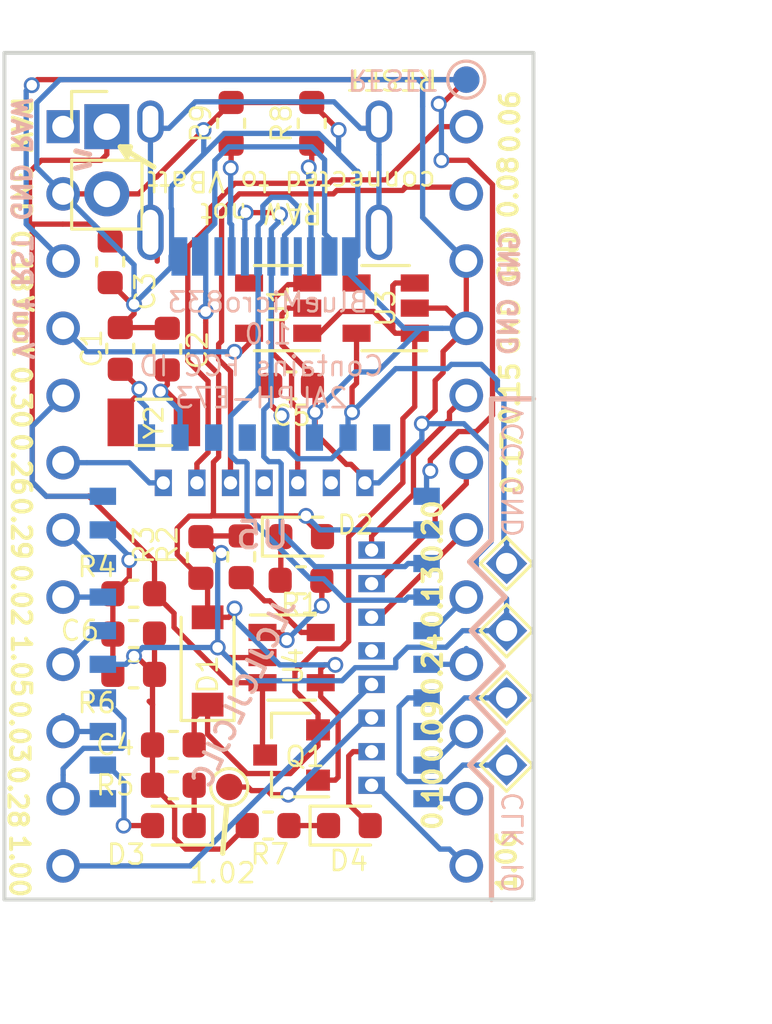
<source format=kicad_pcb>
(kicad_pcb (version 20171130) (host pcbnew "(5.1.10)-1")

  (general
    (thickness 1.6)
    (drawings 36)
    (tracks 543)
    (zones 0)
    (modules 35)
    (nets 45)
  )

  (page A4)
  (layers
    (0 F.Cu signal)
    (31 B.Cu signal)
    (32 B.Adhes user)
    (33 F.Adhes user)
    (34 B.Paste user)
    (35 F.Paste user)
    (36 B.SilkS user)
    (37 F.SilkS user)
    (38 B.Mask user)
    (39 F.Mask user hide)
    (40 Dwgs.User user)
    (41 Cmts.User user hide)
    (42 Eco1.User user hide)
    (43 Eco2.User user hide)
    (44 Edge.Cuts user)
    (45 Margin user hide)
    (46 B.CrtYd user)
    (47 F.CrtYd user hide)
    (48 B.Fab user hide)
    (49 F.Fab user hide)
  )

  (setup
    (last_trace_width 0.2)
    (user_trace_width 0.2)
    (user_trace_width 0.5)
    (trace_clearance 0.2)
    (zone_clearance 0.508)
    (zone_45_only yes)
    (trace_min 0.2)
    (via_size 0.6)
    (via_drill 0.4)
    (via_min_size 0.4)
    (via_min_drill 0.3)
    (uvia_size 0.3)
    (uvia_drill 0.1)
    (uvias_allowed no)
    (uvia_min_size 0.2)
    (uvia_min_drill 0.1)
    (edge_width 0.15)
    (segment_width 0.2)
    (pcb_text_width 0.3)
    (pcb_text_size 1.5 1.5)
    (mod_edge_width 0.15)
    (mod_text_size 1 1)
    (mod_text_width 0.15)
    (pad_size 3.25 3.25)
    (pad_drill 0)
    (pad_to_mask_clearance 0)
    (solder_mask_min_width 0.25)
    (aux_axis_origin 93.961533 141.562775)
    (grid_origin 93.961533 141.562775)
    (visible_elements 7FFFFFFF)
    (pcbplotparams
      (layerselection 0x010fc_ffffffff)
      (usegerberextensions false)
      (usegerberattributes false)
      (usegerberadvancedattributes false)
      (creategerberjobfile false)
      (excludeedgelayer true)
      (linewidth 0.100000)
      (plotframeref false)
      (viasonmask false)
      (mode 1)
      (useauxorigin false)
      (hpglpennumber 1)
      (hpglpenspeed 20)
      (hpglpendiameter 15.000000)
      (psnegative false)
      (psa4output false)
      (plotreference true)
      (plotvalue true)
      (plotinvisibletext false)
      (padsonsilk false)
      (subtractmaskfromsilk false)
      (outputformat 1)
      (mirror false)
      (drillshape 0)
      (scaleselection 1)
      (outputdirectory "gerber/"))
  )

  (net 0 "")
  (net 1 GND)
  (net 2 "Net-(C1-Pad1)")
  (net 3 VCC)
  (net 4 SWDIO)
  (net 5 RESET)
  (net 6 RXD)
  (net 7 TXD)
  (net 8 /P0.02)
  (net 9 /P0.29)
  (net 10 /P0.30)
  (net 11 /P0.31)
  (net 12 /P0.10)
  (net 13 /P0.09)
  (net 14 SWCLK)
  (net 15 VBUS)
  (net 16 "Net-(C2-Pad2)")
  (net 17 VBAT)
  (net 18 DATA+)
  (net 19 DATA-)
  (net 20 /P1.13)
  (net 21 /P0.20)
  (net 22 /P1.06)
  (net 23 /P0.26)
  (net 24 /P0.13)
  (net 25 /P0.15)
  (net 26 "Net-(R1-Pad2)")
  (net 27 "Net-(R2-Pad1)")
  (net 28 "Net-(D2-Pad1)")
  (net 29 /P0.17)
  (net 30 /P0.24)
  (net 31 BLUE_LED)
  (net 32 "Net-(D3-Pad1)")
  (net 33 /P0.03)
  (net 34 /P0.28)
  (net 35 "Net-(D4-Pad1)")
  (net 36 RED_LED)
  (net 37 "Net-(J3-PadS1)")
  (net 38 "Net-(J3-PadA5)")
  (net 39 "Net-(J3-PadB5)")
  (net 40 Vin)
  (net 41 Venable)
  (net 42 Vout)
  (net 43 1.02)
  (net 44 SWO)

  (net_class Default "This is the default net class."
    (clearance 0.2)
    (trace_width 0.2)
    (via_dia 0.6)
    (via_drill 0.4)
    (uvia_dia 0.3)
    (uvia_drill 0.1)
    (add_net /P0.02)
    (add_net /P0.03)
    (add_net /P0.04)
    (add_net /P0.05)
    (add_net /P0.07)
    (add_net /P0.09)
    (add_net /P0.10)
    (add_net /P0.13)
    (add_net /P0.15)
    (add_net /P0.17)
    (add_net /P0.20)
    (add_net /P0.22)
    (add_net /P0.24)
    (add_net /P0.26)
    (add_net /P0.28)
    (add_net /P0.29)
    (add_net /P0.30)
    (add_net /P0.31)
    (add_net /P1.06)
    (add_net /P1.09)
    (add_net /P1.11)
    (add_net /P1.13)
    (add_net 1.02)
    (add_net BLUE_LED)
    (add_net DATA+)
    (add_net DATA-)
    (add_net GND)
    (add_net "Net-(C1-Pad1)")
    (add_net "Net-(C2-Pad2)")
    (add_net "Net-(D2-Pad1)")
    (add_net "Net-(D3-Pad1)")
    (add_net "Net-(D4-Pad1)")
    (add_net "Net-(J3-PadA5)")
    (add_net "Net-(J3-PadA8)")
    (add_net "Net-(J3-PadB5)")
    (add_net "Net-(J3-PadB8)")
    (add_net "Net-(J3-PadS1)")
    (add_net "Net-(R1-Pad2)")
    (add_net "Net-(R2-Pad1)")
    (add_net "Net-(U1-Pad4)")
    (add_net "Net-(U2-Pad1)")
    (add_net "Net-(U3-Pad4)")
    (add_net RED_LED)
    (add_net RESET)
    (add_net RXD)
    (add_net SWCLK)
    (add_net SWDIO)
    (add_net SWO)
    (add_net TXD)
    (add_net VBAT)
    (add_net VBUS)
    (add_net VCC)
    (add_net Venable)
    (add_net Vin)
    (add_net Vout)
  )

  (net_class Power ""
    (clearance 0.2)
    (trace_width 0.5)
    (via_dia 0.6)
    (via_drill 0.4)
    (uvia_dia 0.3)
    (uvia_drill 0.1)
  )

  (module nrfmicro:E73-2G4M08S1C-52840 (layer B.Cu) (tedit 5E9502C2) (tstamp 5C6ECCBA)
    (at 103.801533 123.722775 270)
    (path /5C7001D3)
    (fp_text reference U5 (at 4.0732 0.0864) (layer B.SilkS)
      (effects (font (size 1 1) (thickness 0.15)) (justify mirror))
    )
    (fp_text value E73-2G4M08S1C-52840 (at 9.778775 0.635467) (layer B.Fab) hide
      (effects (font (size 1 1) (thickness 0.15)) (justify mirror))
    )
    (fp_line (start -0.127 6.604) (end -0.127 -6.604) (layer B.Fab) (width 0.15))
    (fp_line (start -0.127 -6.604) (end 18.034 -6.604) (layer B.Fab) (width 0.15))
    (fp_line (start 18.034 -6.604) (end 18.034 6.604) (layer B.Fab) (width 0.15))
    (fp_line (start 18.034 6.604) (end -0.127 6.604) (layer B.Fab) (width 0.15))
    (fp_text user E73-2G4M08S1C (at 9.458 3.81 270) (layer B.SilkS) hide
      (effects (font (size 1 1) (thickness 0.15)) (justify mirror))
    )
    (pad 28 thru_hole rect (at 4.632 -4.041 270) (size 0.65 1) (drill 0.5) (layers *.Cu *.Mask)
      (net 25 /P0.15))
    (pad 10 smd rect (at 2.6 6.119 270) (size 0.65 1) (layers B.Cu B.Paste B.Mask)
      (net 10 /P0.30))
    (pad 9 smd rect (at 3.87 6.119 270) (size 0.65 1) (layers B.Cu B.Paste B.Mask)
      (net 11 /P0.31))
    (pad 8 smd rect (at 5.14 6.119 270) (size 0.65 1) (layers B.Cu B.Paste B.Mask)
      (net 9 /P0.29))
    (pad 7 smd rect (at 6.41 6.119 270) (size 0.65 1) (layers B.Cu B.Paste B.Mask)
      (net 8 /P0.02))
    (pad 6 smd rect (at 7.68 6.119 270) (size 0.65 1) (layers B.Cu B.Paste B.Mask)
      (net 20 /P1.13))
    (pad 5 smd rect (at 8.95 6.119 270) (size 0.65 1) (layers B.Cu B.Paste B.Mask)
      (net 1 GND))
    (pad 4 smd rect (at 10.22 6.119 270) (size 0.65 1) (layers B.Cu B.Paste B.Mask)
      (net 34 /P0.28))
    (pad 3 smd rect (at 11.49 6.119 270) (size 0.65 1) (layers B.Cu B.Paste B.Mask)
      (net 33 /P0.03))
    (pad 2 smd rect (at 12.76 6.119 270) (size 0.65 1) (layers B.Cu B.Paste B.Mask)
      (net 31 BLUE_LED))
    (pad 1 smd rect (at 14.03 6.119 270) (size 0.65 1) (layers B.Cu B.Paste B.Mask))
    (pad 31 smd rect (at 6.41 -6.119 270) (size 0.65 1) (layers B.Cu B.Paste B.Mask)
      (net 18 DATA+))
    (pad 43 smd rect (at 14.03 -6.119 270) (size 0.65 1) (layers B.Cu B.Paste B.Mask)
      (net 12 /P0.10))
    (pad 33 smd rect (at 7.68 -6.119 270) (size 0.65 1) (layers B.Cu B.Paste B.Mask)
      (net 24 /P0.13))
    (pad 41 smd rect (at 12.76 -6.119 270) (size 0.65 1) (layers B.Cu B.Paste B.Mask)
      (net 13 /P0.09))
    (pad 39 smd rect (at 11.49 -6.119 270) (size 0.65 1) (layers B.Cu B.Paste B.Mask)
      (net 14 SWCLK))
    (pad 37 smd rect (at 10.22 -6.119 270) (size 0.65 1) (layers B.Cu B.Paste B.Mask)
      (net 4 SWDIO))
    (pad 29 smd rect (at 5.14 -6.119 270) (size 0.65 1) (layers B.Cu B.Paste B.Mask)
      (net 19 DATA-))
    (pad 35 smd rect (at 8.95 -6.119 270) (size 0.65 1) (layers B.Cu B.Paste B.Mask)
      (net 30 /P0.24))
    (pad 27 smd rect (at 3.87 -6.119 270) (size 0.65 1) (layers B.Cu B.Paste B.Mask)
      (net 15 VBUS))
    (pad 26 smd rect (at 2.6 -6.119 270) (size 0.65 1) (layers B.Cu B.Paste B.Mask)
      (net 5 RESET))
    (pad 23 smd rect (at 0.381 -3.15 180) (size 0.65 1) (layers B.Cu B.Paste B.Mask)
      (net 3 VCC))
    (pad 11 smd rect (at 0.381 4.47 180) (size 0.65 1) (layers B.Cu B.Paste B.Mask)
      (net 2 "Net-(C1-Pad1)"))
    (pad 21 smd rect (at 0.381 -1.88 180) (size 0.65 1) (layers B.Cu B.Paste B.Mask)
      (net 1 GND))
    (pad 13 smd rect (at 0.381 3.2 180) (size 0.65 1) (layers B.Cu B.Paste B.Mask)
      (net 16 "Net-(C2-Pad2)"))
    (pad 15 smd rect (at 0.381 1.93 180) (size 0.65 1) (layers B.Cu B.Paste B.Mask))
    (pad 17 smd rect (at 0.381 0.66 180) (size 0.65 1) (layers B.Cu B.Paste B.Mask))
    (pad 25 smd rect (at 0.381 -4.42 180) (size 0.65 1) (layers B.Cu B.Paste B.Mask))
    (pad 19 smd rect (at 0.381 -0.61 180) (size 0.65 1) (layers B.Cu B.Paste B.Mask)
      (net 3 VCC))
    (pad 30 thru_hole rect (at 5.902 -4.041 270) (size 0.65 1) (drill 0.5) (layers *.Cu *.Mask)
      (net 29 /P0.17))
    (pad 32 thru_hole rect (at 7.172 -4.041 270) (size 0.65 1) (drill 0.5) (layers *.Cu *.Mask)
      (net 21 /P0.20))
    (pad 34 thru_hole rect (at 8.442 -4.041 270) (size 0.65 1) (drill 0.5) (layers *.Cu *.Mask))
    (pad 36 thru_hole rect (at 9.712 -4.041 270) (size 0.65 1) (drill 0.5) (layers *.Cu *.Mask)
      (net 44 SWO))
    (pad 38 thru_hole rect (at 10.982 -4.041 270) (size 0.65 1) (drill 0.5) (layers *.Cu *.Mask)
      (net 43 1.02))
    (pad 40 thru_hole rect (at 12.252 -4.041 270) (size 0.65 1) (drill 0.5) (layers *.Cu *.Mask)
      (net 36 RED_LED))
    (pad 42 thru_hole rect (at 13.522 -4.041 270) (size 0.65 1) (drill 0.5) (layers *.Cu *.Mask)
      (net 22 /P1.06))
    (pad 14 thru_hole rect (at 2.092 2.563 180) (size 0.65 1) (drill 0.5) (layers *.Cu *.Mask)
      (net 7 TXD))
    (pad 12 thru_hole rect (at 2.092 3.833 180) (size 0.65 1) (drill 0.5) (layers *.Cu *.Mask)
      (net 23 /P0.26))
    (pad 20 thru_hole rect (at 2.092 -1.247 180) (size 0.65 1) (drill 0.5) (layers *.Cu *.Mask)
      (net 41 Venable))
    (pad 16 thru_hole rect (at 2.092 1.293 180) (size 0.65 1) (drill 0.5) (layers *.Cu *.Mask)
      (net 6 RXD))
    (pad 22 thru_hole rect (at 2.092 -2.517 180) (size 0.65 1) (drill 0.5) (layers *.Cu *.Mask))
    (pad 24 thru_hole rect (at 2.092 -3.787 180) (size 0.65 1) (drill 0.5) (layers *.Cu *.Mask)
      (net 1 GND))
    (pad 18 thru_hole rect (at 2.092 0.023 180) (size 0.65 1) (drill 0.5) (layers *.Cu *.Mask))
  )

  (module LED_SMD:LED_0603_1608Metric (layer F.Cu) (tedit 5CAD6F1D) (tstamp 5C71A0D8)
    (at 100.347033 138.768775 180)
    (descr "LED SMD 0603 (1608 Metric), square (rectangular) end terminal, IPC_7351 nominal, (Body size source: http://www.tortai-tech.com/upload/download/2011102023233369053.pdf), generated with kicad-footprint-generator")
    (tags diode)
    (path /5C7545DA)
    (attr smd)
    (fp_text reference D3 (at 1.7855 -1.094 180) (layer F.SilkS)
      (effects (font (size 0.75 0.75) (thickness 0.1)))
    )
    (fp_text value 19-217/BHC-ZL1M2RY/3T (at 0 1.43 180) (layer F.Fab)
      (effects (font (size 1 1) (thickness 0.15)))
    )
    (fp_line (start 0.8 -0.4) (end -0.5 -0.4) (layer F.Fab) (width 0.1))
    (fp_line (start -0.5 -0.4) (end -0.8 -0.1) (layer F.Fab) (width 0.1))
    (fp_line (start -0.8 -0.1) (end -0.8 0.4) (layer F.Fab) (width 0.1))
    (fp_line (start -0.8 0.4) (end 0.8 0.4) (layer F.Fab) (width 0.1))
    (fp_line (start 0.8 0.4) (end 0.8 -0.4) (layer F.Fab) (width 0.1))
    (fp_line (start 0.8 -0.735) (end -1.485 -0.735) (layer F.SilkS) (width 0.12))
    (fp_line (start -1.485 -0.735) (end -1.485 0.735) (layer F.SilkS) (width 0.12))
    (fp_line (start -1.485 0.735) (end 0.8 0.735) (layer F.SilkS) (width 0.12))
    (fp_line (start -1.48 0.73) (end -1.48 -0.73) (layer F.CrtYd) (width 0.05))
    (fp_line (start -1.48 -0.73) (end 1.48 -0.73) (layer F.CrtYd) (width 0.05))
    (fp_line (start 1.48 -0.73) (end 1.48 0.73) (layer F.CrtYd) (width 0.05))
    (fp_line (start 1.48 0.73) (end -1.48 0.73) (layer F.CrtYd) (width 0.05))
    (fp_text user %R (at 0 0 180) (layer F.Fab)
      (effects (font (size 0.4 0.4) (thickness 0.06)))
    )
    (pad 1 smd roundrect (at -0.7875 0 180) (size 0.875 0.95) (layers F.Cu F.Paste F.Mask) (roundrect_rratio 0.25)
      (net 32 "Net-(D3-Pad1)"))
    (pad 2 smd roundrect (at 0.7875 0 180) (size 0.875 0.95) (layers F.Cu F.Paste F.Mask) (roundrect_rratio 0.25)
      (net 31 BLUE_LED))
    (model ${KISYS3DMOD}/LED_SMD.3dshapes/LED_0603_1608Metric.wrl
      (at (xyz 0 0 0))
      (scale (xyz 1 1 1))
      (rotate (xyz 0 0 0))
    )
  )

  (module LED_SMD:LED_0603_1608Metric (layer F.Cu) (tedit 5CAD6FA4) (tstamp 5C711F3F)
    (at 105.198533 127.846775)
    (descr "LED SMD 0603 (1608 Metric), square (rectangular) end terminal, IPC_7351 nominal, (Body size source: http://www.tortai-tech.com/upload/download/2011102023233369053.pdf), generated with kicad-footprint-generator")
    (tags diode)
    (path /5C7015F2)
    (attr smd)
    (fp_text reference D2 (at 2.032 -0.4445 -180) (layer F.SilkS)
      (effects (font (size 0.7 0.7) (thickness 0.1)))
    )
    (fp_text value 19-217/GHC-YR1S2/3T (at 0 1.43) (layer F.Fab)
      (effects (font (size 1 1) (thickness 0.15)))
    )
    (fp_line (start 0.8 -0.4) (end -0.5 -0.4) (layer F.Fab) (width 0.1))
    (fp_line (start -0.5 -0.4) (end -0.8 -0.1) (layer F.Fab) (width 0.1))
    (fp_line (start -0.8 -0.1) (end -0.8 0.4) (layer F.Fab) (width 0.1))
    (fp_line (start -0.8 0.4) (end 0.8 0.4) (layer F.Fab) (width 0.1))
    (fp_line (start 0.8 0.4) (end 0.8 -0.4) (layer F.Fab) (width 0.1))
    (fp_line (start 0.8 -0.735) (end -1.485 -0.735) (layer F.SilkS) (width 0.12))
    (fp_line (start -1.485 -0.735) (end -1.485 0.735) (layer F.SilkS) (width 0.12))
    (fp_line (start -1.485 0.735) (end 0.8 0.735) (layer F.SilkS) (width 0.12))
    (fp_line (start -1.48 0.73) (end -1.48 -0.73) (layer F.CrtYd) (width 0.05))
    (fp_line (start -1.48 -0.73) (end 1.48 -0.73) (layer F.CrtYd) (width 0.05))
    (fp_line (start 1.48 -0.73) (end 1.48 0.73) (layer F.CrtYd) (width 0.05))
    (fp_line (start 1.48 0.73) (end -1.48 0.73) (layer F.CrtYd) (width 0.05))
    (fp_text user %R (at 0 0) (layer F.Fab)
      (effects (font (size 0.4 0.4) (thickness 0.06)))
    )
    (pad 1 smd roundrect (at -0.7875 0) (size 0.875 0.95) (layers F.Cu F.Paste F.Mask) (roundrect_rratio 0.25)
      (net 28 "Net-(D2-Pad1)"))
    (pad 2 smd roundrect (at 0.7875 0) (size 0.875 0.95) (layers F.Cu F.Paste F.Mask) (roundrect_rratio 0.25)
      (net 15 VBUS))
    (model ${KISYS3DMOD}/LED_SMD.3dshapes/LED_0603_1608Metric.wrl
      (at (xyz 0 0 0))
      (scale (xyz 1 1 1))
      (rotate (xyz 0 0 0))
    )
  )

  (module Crystal:Crystal_SMD_3215-2Pin_3.2x1.5mm (layer F.Cu) (tedit 5DBF46FD) (tstamp 5C72EBCC)
    (at 99.610533 123.528775 180)
    (descr "SMD Crystal FC-135 https://support.epson.biz/td/api/doc_check.php?dl=brief_FC-135R_en.pdf")
    (tags "SMD SMT Crystal")
    (path /5C74A6AB)
    (attr smd)
    (fp_text reference Y2 (at 0 0 90) (layer F.SilkS)
      (effects (font (size 0.7 0.7) (thickness 0.1)))
    )
    (fp_text value 32,768 (at 0 2 180) (layer F.Fab)
      (effects (font (size 1 1) (thickness 0.15)))
    )
    (fp_line (start -2 -1.15) (end 2 -1.15) (layer F.CrtYd) (width 0.05))
    (fp_line (start -1.6 -0.75) (end -1.6 0.75) (layer F.Fab) (width 0.1))
    (fp_line (start -0.675 0.875) (end 0.675 0.875) (layer F.SilkS) (width 0.12))
    (fp_line (start -0.675 -0.875) (end 0.675 -0.875) (layer F.SilkS) (width 0.12))
    (fp_line (start 1.6 -0.75) (end 1.6 0.75) (layer F.Fab) (width 0.1))
    (fp_line (start -1.6 -0.75) (end 1.6 -0.75) (layer F.Fab) (width 0.1))
    (fp_line (start -1.6 0.75) (end 1.6 0.75) (layer F.Fab) (width 0.1))
    (fp_line (start -2 1.15) (end 2 1.15) (layer F.CrtYd) (width 0.05))
    (fp_line (start -2 -1.15) (end -2 1.15) (layer F.CrtYd) (width 0.05))
    (fp_line (start 2 -1.15) (end 2 1.15) (layer F.CrtYd) (width 0.05))
    (fp_text user %R (at 0 -2 180) (layer F.Fab)
      (effects (font (size 1 1) (thickness 0.15)))
    )
    (pad 1 smd rect (at 1.25 0 180) (size 1 1.8) (layers F.Cu F.Paste F.Mask)
      (net 2 "Net-(C1-Pad1)"))
    (pad 2 smd rect (at -1.25 0 180) (size 1 1.8) (layers F.Cu F.Paste F.Mask)
      (net 16 "Net-(C2-Pad2)"))
    (model ${KISYS3DMOD}/Crystal.3dshapes/Crystal_SMD_3225-4Pin_3.2x2.5mm.step
      (at (xyz 0 0 0))
      (scale (xyz 1 1 1))
      (rotate (xyz 0 0 0))
    )
  )

  (module Package_TO_SOT_SMD:SOT-23-5 (layer F.Cu) (tedit 5CAD6F99) (tstamp 5C6EC9AA)
    (at 108.373533 119.210775 180)
    (descr "5-pin SOT23 package")
    (tags SOT-23-5)
    (path /5D796961)
    (attr smd)
    (fp_text reference U3 (at 0 0 90) (layer F.SilkS)
      (effects (font (size 0.7 0.7) (thickness 0.1)))
    )
    (fp_text value AP2112K-3.3TRG1 (at 0 2.9 180) (layer F.Fab)
      (effects (font (size 1 1) (thickness 0.15)))
    )
    (fp_line (start 0.9 -1.55) (end 0.9 1.55) (layer F.Fab) (width 0.1))
    (fp_line (start 0.9 1.55) (end -0.9 1.55) (layer F.Fab) (width 0.1))
    (fp_line (start -0.9 -0.9) (end -0.9 1.55) (layer F.Fab) (width 0.1))
    (fp_line (start 0.9 -1.55) (end -0.25 -1.55) (layer F.Fab) (width 0.1))
    (fp_line (start -0.9 -0.9) (end -0.25 -1.55) (layer F.Fab) (width 0.1))
    (fp_line (start -1.9 1.8) (end -1.9 -1.8) (layer F.CrtYd) (width 0.05))
    (fp_line (start 1.9 1.8) (end -1.9 1.8) (layer F.CrtYd) (width 0.05))
    (fp_line (start 1.9 -1.8) (end 1.9 1.8) (layer F.CrtYd) (width 0.05))
    (fp_line (start -1.9 -1.8) (end 1.9 -1.8) (layer F.CrtYd) (width 0.05))
    (fp_line (start 0.9 -1.61) (end -1.55 -1.61) (layer F.SilkS) (width 0.12))
    (fp_line (start -0.9 1.61) (end 0.9 1.61) (layer F.SilkS) (width 0.12))
    (fp_text user %R (at 0 0 -90) (layer F.Fab)
      (effects (font (size 0.5 0.5) (thickness 0.075)))
    )
    (pad 5 smd rect (at 1.1 -0.95 180) (size 1.06 0.65) (layers F.Cu F.Paste F.Mask)
      (net 3 VCC))
    (pad 4 smd rect (at 1.1 0.95 180) (size 1.06 0.65) (layers F.Cu F.Paste F.Mask))
    (pad 3 smd rect (at -1.1 0.95 180) (size 1.06 0.65) (layers F.Cu F.Paste F.Mask)
      (net 40 Vin))
    (pad 2 smd rect (at -1.1 0 180) (size 1.06 0.65) (layers F.Cu F.Paste F.Mask)
      (net 1 GND))
    (pad 1 smd rect (at -1.1 -0.95 180) (size 1.06 0.65) (layers F.Cu F.Paste F.Mask)
      (net 40 Vin))
    (model ${KISYS3DMOD}/Package_TO_SOT_SMD.3dshapes/SOT-23-5.wrl
      (at (xyz 0 0 0))
      (scale (xyz 1 1 1))
      (rotate (xyz 0 0 0))
    )
  )

  (module Package_TO_SOT_SMD:SOT-23-5 (layer F.Cu) (tedit 5DBF44EA) (tstamp 5C6EC9A9)
    (at 104.817533 132.418775)
    (descr "5-pin SOT23 package")
    (tags SOT-23-5)
    (path /5D7EA888)
    (attr smd)
    (fp_text reference U4 (at 0.0635 0.3175 90) (layer F.SilkS)
      (effects (font (size 0.7 0.7) (thickness 0.1)))
    )
    (fp_text value TP4054ST (at 0 2.9) (layer F.Fab)
      (effects (font (size 1 1) (thickness 0.15)))
    )
    (fp_line (start -0.9 1.61) (end 0.9 1.61) (layer F.SilkS) (width 0.12))
    (fp_line (start 0.9 -1.61) (end -1.55 -1.61) (layer F.SilkS) (width 0.12))
    (fp_line (start -1.9 -1.8) (end 1.9 -1.8) (layer F.CrtYd) (width 0.05))
    (fp_line (start 1.9 -1.8) (end 1.9 1.8) (layer F.CrtYd) (width 0.05))
    (fp_line (start 1.9 1.8) (end -1.9 1.8) (layer F.CrtYd) (width 0.05))
    (fp_line (start -1.9 1.8) (end -1.9 -1.8) (layer F.CrtYd) (width 0.05))
    (fp_line (start -0.9 -0.9) (end -0.25 -1.55) (layer F.Fab) (width 0.1))
    (fp_line (start 0.9 -1.55) (end -0.25 -1.55) (layer F.Fab) (width 0.1))
    (fp_line (start -0.9 -0.9) (end -0.9 1.55) (layer F.Fab) (width 0.1))
    (fp_line (start 0.9 1.55) (end -0.9 1.55) (layer F.Fab) (width 0.1))
    (fp_line (start 0.9 -1.55) (end 0.9 1.55) (layer F.Fab) (width 0.1))
    (fp_text user %R (at 0 0 90) (layer F.Fab)
      (effects (font (size 0.5 0.5) (thickness 0.075)))
    )
    (pad 1 smd rect (at -1.1 -0.95) (size 1.06 0.65) (layers F.Cu F.Paste F.Mask)
      (net 26 "Net-(R1-Pad2)"))
    (pad 2 smd rect (at -1.1 0) (size 1.06 0.65) (layers F.Cu F.Paste F.Mask)
      (net 1 GND))
    (pad 3 smd rect (at -1.1 0.95) (size 1.06 0.65) (layers F.Cu F.Paste F.Mask)
      (net 17 VBAT))
    (pad 4 smd rect (at 1.1 0.95) (size 1.06 0.65) (layers F.Cu F.Paste F.Mask)
      (net 15 VBUS))
    (pad 5 smd rect (at 1.1 -0.95) (size 1.06 0.65) (layers F.Cu F.Paste F.Mask)
      (net 27 "Net-(R2-Pad1)"))
    (model ${KISYS3DMOD}/Package_TO_SOT_SMD.3dshapes/SOT-23-5.wrl
      (at (xyz 0 0 0))
      (scale (xyz 1 1 1))
      (rotate (xyz 0 0 0))
    )
  )

  (module LED_SMD:LED_0603_1608Metric (layer F.Cu) (tedit 5CAD6F13) (tstamp 5CDB8631)
    (at 107.002034 138.768775)
    (descr "LED SMD 0603 (1608 Metric), square (rectangular) end terminal, IPC_7351 nominal, (Body size source: http://www.tortai-tech.com/upload/download/2011102023233369053.pdf), generated with kicad-footprint-generator")
    (tags diode)
    (path /5D834AF2)
    (attr smd)
    (fp_text reference D4 (at -0.025501 1.3335 180) (layer F.SilkS)
      (effects (font (size 0.75 0.75) (thickness 0.1)))
    )
    (fp_text value KT-0603R (at 0 1.43) (layer F.Fab)
      (effects (font (size 1 1) (thickness 0.15)))
    )
    (fp_line (start 0.8 -0.4) (end -0.5 -0.4) (layer F.Fab) (width 0.1))
    (fp_line (start -0.5 -0.4) (end -0.8 -0.1) (layer F.Fab) (width 0.1))
    (fp_line (start -0.8 -0.1) (end -0.8 0.4) (layer F.Fab) (width 0.1))
    (fp_line (start -0.8 0.4) (end 0.8 0.4) (layer F.Fab) (width 0.1))
    (fp_line (start 0.8 0.4) (end 0.8 -0.4) (layer F.Fab) (width 0.1))
    (fp_line (start 0.8 -0.735) (end -1.485 -0.735) (layer F.SilkS) (width 0.12))
    (fp_line (start -1.485 -0.735) (end -1.485 0.735) (layer F.SilkS) (width 0.12))
    (fp_line (start -1.485 0.735) (end 0.8 0.735) (layer F.SilkS) (width 0.12))
    (fp_line (start -1.48 0.73) (end -1.48 -0.73) (layer F.CrtYd) (width 0.05))
    (fp_line (start -1.48 -0.73) (end 1.48 -0.73) (layer F.CrtYd) (width 0.05))
    (fp_line (start 1.48 -0.73) (end 1.48 0.73) (layer F.CrtYd) (width 0.05))
    (fp_line (start 1.48 0.73) (end -1.48 0.73) (layer F.CrtYd) (width 0.05))
    (fp_text user %R (at 0 0) (layer F.Fab)
      (effects (font (size 0.4 0.4) (thickness 0.06)))
    )
    (pad 1 smd roundrect (at -0.7875 0) (size 0.875 0.95) (layers F.Cu F.Paste F.Mask) (roundrect_rratio 0.25)
      (net 35 "Net-(D4-Pad1)"))
    (pad 2 smd roundrect (at 0.7875 0) (size 0.875 0.95) (layers F.Cu F.Paste F.Mask) (roundrect_rratio 0.25)
      (net 36 RED_LED))
    (model ${KISYS3DMOD}/LED_SMD.3dshapes/LED_0603_1608Metric.wrl
      (at (xyz 0 0 0))
      (scale (xyz 1 1 1))
      (rotate (xyz 0 0 0))
    )
  )

  (module Capacitor_SMD:C_0603_1608Metric (layer F.Cu) (tedit 5DBF4547) (tstamp 5D837ADF)
    (at 98.340533 120.734775 90)
    (descr "Capacitor SMD 0603 (1608 Metric), square (rectangular) end terminal, IPC_7351 nominal, (Body size source: http://www.tortai-tech.com/upload/download/2011102023233369053.pdf), generated with kicad-footprint-generator")
    (tags capacitor)
    (path /5C7379E0)
    (attr smd)
    (fp_text reference C1 (at 0 -1.0795 90) (layer F.SilkS)
      (effects (font (size 0.75 0.75) (thickness 0.1)))
    )
    (fp_text value 22pF (at 0 1.43 90) (layer F.Fab)
      (effects (font (size 1 1) (thickness 0.15)))
    )
    (fp_line (start -0.8 0.4) (end -0.8 -0.4) (layer F.Fab) (width 0.1))
    (fp_line (start -0.8 -0.4) (end 0.8 -0.4) (layer F.Fab) (width 0.1))
    (fp_line (start 0.8 -0.4) (end 0.8 0.4) (layer F.Fab) (width 0.1))
    (fp_line (start 0.8 0.4) (end -0.8 0.4) (layer F.Fab) (width 0.1))
    (fp_line (start -0.162779 -0.51) (end 0.162779 -0.51) (layer F.SilkS) (width 0.12))
    (fp_line (start -0.162779 0.51) (end 0.162779 0.51) (layer F.SilkS) (width 0.12))
    (fp_line (start -1.48 0.73) (end -1.48 -0.73) (layer F.CrtYd) (width 0.05))
    (fp_line (start -1.48 -0.73) (end 1.48 -0.73) (layer F.CrtYd) (width 0.05))
    (fp_line (start 1.48 -0.73) (end 1.48 0.73) (layer F.CrtYd) (width 0.05))
    (fp_line (start 1.48 0.73) (end -1.48 0.73) (layer F.CrtYd) (width 0.05))
    (fp_text user %R (at 0 0 90) (layer F.Fab)
      (effects (font (size 0.4 0.4) (thickness 0.06)))
    )
    (pad 1 smd roundrect (at -0.7875 0 90) (size 0.875 0.95) (layers F.Cu F.Paste F.Mask) (roundrect_rratio 0.25)
      (net 2 "Net-(C1-Pad1)"))
    (pad 2 smd roundrect (at 0.7875 0 90) (size 0.875 0.95) (layers F.Cu F.Paste F.Mask) (roundrect_rratio 0.25)
      (net 1 GND))
    (model ${KISYS3DMOD}/Capacitor_SMD.3dshapes/C_0603_1608Metric.wrl
      (at (xyz 0 0 0))
      (scale (xyz 1 1 1))
      (rotate (xyz 0 0 0))
    )
  )

  (module Capacitor_SMD:C_0603_1608Metric (layer F.Cu) (tedit 5DBF4557) (tstamp 5D837AEF)
    (at 100.118533 120.760276 270)
    (descr "Capacitor SMD 0603 (1608 Metric), square (rectangular) end terminal, IPC_7351 nominal, (Body size source: http://www.tortai-tech.com/upload/download/2011102023233369053.pdf), generated with kicad-footprint-generator")
    (tags capacitor)
    (path /5C73DD8F)
    (attr smd)
    (fp_text reference C2 (at 0.037999 -1.143 270) (layer F.SilkS)
      (effects (font (size 0.75 0.75) (thickness 0.1)))
    )
    (fp_text value 22pF (at 0 1.43 270) (layer F.Fab)
      (effects (font (size 1 1) (thickness 0.15)))
    )
    (fp_line (start -0.8 0.4) (end -0.8 -0.4) (layer F.Fab) (width 0.1))
    (fp_line (start -0.8 -0.4) (end 0.8 -0.4) (layer F.Fab) (width 0.1))
    (fp_line (start 0.8 -0.4) (end 0.8 0.4) (layer F.Fab) (width 0.1))
    (fp_line (start 0.8 0.4) (end -0.8 0.4) (layer F.Fab) (width 0.1))
    (fp_line (start -0.162779 -0.51) (end 0.162779 -0.51) (layer F.SilkS) (width 0.12))
    (fp_line (start -0.162779 0.51) (end 0.162779 0.51) (layer F.SilkS) (width 0.12))
    (fp_line (start -1.48 0.73) (end -1.48 -0.73) (layer F.CrtYd) (width 0.05))
    (fp_line (start -1.48 -0.73) (end 1.48 -0.73) (layer F.CrtYd) (width 0.05))
    (fp_line (start 1.48 -0.73) (end 1.48 0.73) (layer F.CrtYd) (width 0.05))
    (fp_line (start 1.48 0.73) (end -1.48 0.73) (layer F.CrtYd) (width 0.05))
    (fp_text user %R (at 0 0 270) (layer F.Fab)
      (effects (font (size 0.4 0.4) (thickness 0.06)))
    )
    (pad 1 smd roundrect (at -0.7875 0 270) (size 0.875 0.95) (layers F.Cu F.Paste F.Mask) (roundrect_rratio 0.25)
      (net 1 GND))
    (pad 2 smd roundrect (at 0.7875 0 270) (size 0.875 0.95) (layers F.Cu F.Paste F.Mask) (roundrect_rratio 0.25)
      (net 16 "Net-(C2-Pad2)"))
    (model ${KISYS3DMOD}/Capacitor_SMD.3dshapes/C_0603_1608Metric.wrl
      (at (xyz 0 0 0))
      (scale (xyz 1 1 1))
      (rotate (xyz 0 0 0))
    )
  )

  (module Capacitor_SMD:C_0603_1608Metric (layer F.Cu) (tedit 5DBF457A) (tstamp 5D837AFF)
    (at 97.959533 117.458275 270)
    (descr "Capacitor SMD 0603 (1608 Metric), square (rectangular) end terminal, IPC_7351 nominal, (Body size source: http://www.tortai-tech.com/upload/download/2011102023233369053.pdf), generated with kicad-footprint-generator")
    (tags capacitor)
    (path /5C70161B)
    (attr smd)
    (fp_text reference C3 (at 1.1175 -1.3208 270) (layer F.SilkS)
      (effects (font (size 0.75 0.75) (thickness 0.1)))
    )
    (fp_text value 10uF (at 0 1.43 270) (layer F.Fab)
      (effects (font (size 1 1) (thickness 0.15)))
    )
    (fp_line (start -0.8 0.4) (end -0.8 -0.4) (layer F.Fab) (width 0.1))
    (fp_line (start -0.8 -0.4) (end 0.8 -0.4) (layer F.Fab) (width 0.1))
    (fp_line (start 0.8 -0.4) (end 0.8 0.4) (layer F.Fab) (width 0.1))
    (fp_line (start 0.8 0.4) (end -0.8 0.4) (layer F.Fab) (width 0.1))
    (fp_line (start -0.162779 -0.51) (end 0.162779 -0.51) (layer F.SilkS) (width 0.12))
    (fp_line (start -0.162779 0.51) (end 0.162779 0.51) (layer F.SilkS) (width 0.12))
    (fp_line (start -1.48 0.73) (end -1.48 -0.73) (layer F.CrtYd) (width 0.05))
    (fp_line (start -1.48 -0.73) (end 1.48 -0.73) (layer F.CrtYd) (width 0.05))
    (fp_line (start 1.48 -0.73) (end 1.48 0.73) (layer F.CrtYd) (width 0.05))
    (fp_line (start 1.48 0.73) (end -1.48 0.73) (layer F.CrtYd) (width 0.05))
    (fp_text user %R (at 0 0 270) (layer F.Fab)
      (effects (font (size 0.4 0.4) (thickness 0.06)))
    )
    (pad 1 smd roundrect (at -0.7875 0 270) (size 0.875 0.95) (layers F.Cu F.Paste F.Mask) (roundrect_rratio 0.25)
      (net 17 VBAT))
    (pad 2 smd roundrect (at 0.7875 0 270) (size 0.875 0.95) (layers F.Cu F.Paste F.Mask) (roundrect_rratio 0.25)
      (net 1 GND))
    (model ${KISYS3DMOD}/Capacitor_SMD.3dshapes/C_0603_1608Metric.wrl
      (at (xyz 0 0 0))
      (scale (xyz 1 1 1))
      (rotate (xyz 0 0 0))
    )
  )

  (module Capacitor_SMD:C_0603_1608Metric (layer F.Cu) (tedit 5DBF4655) (tstamp 5D837B0F)
    (at 100.347033 135.720775 180)
    (descr "Capacitor SMD 0603 (1608 Metric), square (rectangular) end terminal, IPC_7351 nominal, (Body size source: http://www.tortai-tech.com/upload/download/2011102023233369053.pdf), generated with kicad-footprint-generator")
    (tags capacitor)
    (path /5B158BD8)
    (attr smd)
    (fp_text reference C4 (at 2.197 0 180) (layer F.SilkS)
      (effects (font (size 0.75 0.75) (thickness 0.1)))
    )
    (fp_text value 10uF (at 0 1.43 180) (layer F.Fab)
      (effects (font (size 1 1) (thickness 0.15)))
    )
    (fp_line (start 1.48 0.73) (end -1.48 0.73) (layer F.CrtYd) (width 0.05))
    (fp_line (start 1.48 -0.73) (end 1.48 0.73) (layer F.CrtYd) (width 0.05))
    (fp_line (start -1.48 -0.73) (end 1.48 -0.73) (layer F.CrtYd) (width 0.05))
    (fp_line (start -1.48 0.73) (end -1.48 -0.73) (layer F.CrtYd) (width 0.05))
    (fp_line (start -0.162779 0.51) (end 0.162779 0.51) (layer F.SilkS) (width 0.12))
    (fp_line (start -0.162779 -0.51) (end 0.162779 -0.51) (layer F.SilkS) (width 0.12))
    (fp_line (start 0.8 0.4) (end -0.8 0.4) (layer F.Fab) (width 0.1))
    (fp_line (start 0.8 -0.4) (end 0.8 0.4) (layer F.Fab) (width 0.1))
    (fp_line (start -0.8 -0.4) (end 0.8 -0.4) (layer F.Fab) (width 0.1))
    (fp_line (start -0.8 0.4) (end -0.8 -0.4) (layer F.Fab) (width 0.1))
    (fp_text user %R (at 0 0 180) (layer F.Fab)
      (effects (font (size 0.4 0.4) (thickness 0.06)))
    )
    (pad 2 smd roundrect (at 0.7875 0 180) (size 0.875 0.95) (layers F.Cu F.Paste F.Mask) (roundrect_rratio 0.25)
      (net 1 GND))
    (pad 1 smd roundrect (at -0.7875 0 180) (size 0.875 0.95) (layers F.Cu F.Paste F.Mask) (roundrect_rratio 0.25)
      (net 40 Vin))
    (model ${KISYS3DMOD}/Capacitor_SMD.3dshapes/C_0603_1608Metric.wrl
      (at (xyz 0 0 0))
      (scale (xyz 1 1 1))
      (rotate (xyz 0 0 0))
    )
  )

  (module Capacitor_SMD:C_0603_1608Metric (layer F.Cu) (tedit 5DBF4568) (tstamp 5D837B1F)
    (at 104.817533 122.131775)
    (descr "Capacitor SMD 0603 (1608 Metric), square (rectangular) end terminal, IPC_7351 nominal, (Body size source: http://www.tortai-tech.com/upload/download/2011102023233369053.pdf), generated with kicad-footprint-generator")
    (tags capacitor)
    (path /5CC9355F)
    (attr smd)
    (fp_text reference C5 (at 0 1.143) (layer F.SilkS)
      (effects (font (size 0.75 0.75) (thickness 0.1)))
    )
    (fp_text value 10uF (at 0 1.43) (layer F.Fab)
      (effects (font (size 1 1) (thickness 0.15)))
    )
    (fp_line (start 1.48 0.73) (end -1.48 0.73) (layer F.CrtYd) (width 0.05))
    (fp_line (start 1.48 -0.73) (end 1.48 0.73) (layer F.CrtYd) (width 0.05))
    (fp_line (start -1.48 -0.73) (end 1.48 -0.73) (layer F.CrtYd) (width 0.05))
    (fp_line (start -1.48 0.73) (end -1.48 -0.73) (layer F.CrtYd) (width 0.05))
    (fp_line (start -0.162779 0.51) (end 0.162779 0.51) (layer F.SilkS) (width 0.12))
    (fp_line (start -0.162779 -0.51) (end 0.162779 -0.51) (layer F.SilkS) (width 0.12))
    (fp_line (start 0.8 0.4) (end -0.8 0.4) (layer F.Fab) (width 0.1))
    (fp_line (start 0.8 -0.4) (end 0.8 0.4) (layer F.Fab) (width 0.1))
    (fp_line (start -0.8 -0.4) (end 0.8 -0.4) (layer F.Fab) (width 0.1))
    (fp_line (start -0.8 0.4) (end -0.8 -0.4) (layer F.Fab) (width 0.1))
    (fp_text user %R (at 0 0) (layer F.Fab)
      (effects (font (size 0.4 0.4) (thickness 0.06)))
    )
    (pad 2 smd roundrect (at 0.7875 0) (size 0.875 0.95) (layers F.Cu F.Paste F.Mask) (roundrect_rratio 0.25)
      (net 1 GND))
    (pad 1 smd roundrect (at -0.7875 0) (size 0.875 0.95) (layers F.Cu F.Paste F.Mask) (roundrect_rratio 0.25)
      (net 3 VCC))
    (model ${KISYS3DMOD}/Capacitor_SMD.3dshapes/C_0603_1608Metric.wrl
      (at (xyz 0 0 0))
      (scale (xyz 1 1 1))
      (rotate (xyz 0 0 0))
    )
  )

  (module Capacitor_SMD:C_0603_1608Metric (layer F.Cu) (tedit 5DBF4719) (tstamp 5D837B2F)
    (at 98.848533 131.529775)
    (descr "Capacitor SMD 0603 (1608 Metric), square (rectangular) end terminal, IPC_7351 nominal, (Body size source: http://www.tortai-tech.com/upload/download/2011102023233369053.pdf), generated with kicad-footprint-generator")
    (tags capacitor)
    (path /5D813867)
    (attr smd)
    (fp_text reference C6 (at -2.032 -0.127) (layer F.SilkS)
      (effects (font (size 0.75 0.75) (thickness 0.1)))
    )
    (fp_text value 1nF (at 0 1.43) (layer F.Fab)
      (effects (font (size 1 1) (thickness 0.15)))
    )
    (fp_line (start 1.48 0.73) (end -1.48 0.73) (layer F.CrtYd) (width 0.05))
    (fp_line (start 1.48 -0.73) (end 1.48 0.73) (layer F.CrtYd) (width 0.05))
    (fp_line (start -1.48 -0.73) (end 1.48 -0.73) (layer F.CrtYd) (width 0.05))
    (fp_line (start -1.48 0.73) (end -1.48 -0.73) (layer F.CrtYd) (width 0.05))
    (fp_line (start -0.162779 0.51) (end 0.162779 0.51) (layer F.SilkS) (width 0.12))
    (fp_line (start -0.162779 -0.51) (end 0.162779 -0.51) (layer F.SilkS) (width 0.12))
    (fp_line (start 0.8 0.4) (end -0.8 0.4) (layer F.Fab) (width 0.1))
    (fp_line (start 0.8 -0.4) (end 0.8 0.4) (layer F.Fab) (width 0.1))
    (fp_line (start -0.8 -0.4) (end 0.8 -0.4) (layer F.Fab) (width 0.1))
    (fp_line (start -0.8 0.4) (end -0.8 -0.4) (layer F.Fab) (width 0.1))
    (fp_text user %R (at 0 0) (layer F.Fab)
      (effects (font (size 0.4 0.4) (thickness 0.06)))
    )
    (pad 2 smd roundrect (at 0.7875 0) (size 0.875 0.95) (layers F.Cu F.Paste F.Mask) (roundrect_rratio 0.25)
      (net 1 GND))
    (pad 1 smd roundrect (at -0.7875 0) (size 0.875 0.95) (layers F.Cu F.Paste F.Mask) (roundrect_rratio 0.25)
      (net 11 /P0.31))
    (model ${KISYS3DMOD}/Capacitor_SMD.3dshapes/C_0603_1608Metric.wrl
      (at (xyz 0 0 0))
      (scale (xyz 1 1 1))
      (rotate (xyz 0 0 0))
    )
  )

  (module Resistor_SMD:R_0603_1608Metric (layer F.Cu) (tedit 5DBF4506) (tstamp 5D837B3F)
    (at 105.173033 129.497775)
    (descr "Resistor SMD 0603 (1608 Metric), square (rectangular) end terminal, IPC_7351 nominal, (Body size source: http://www.tortai-tech.com/upload/download/2011102023233369053.pdf), generated with kicad-footprint-generator")
    (tags resistor)
    (path /5C7015F9)
    (attr smd)
    (fp_text reference R1 (at -0.038 0.889) (layer F.SilkS)
      (effects (font (size 0.75 0.75) (thickness 0.1)))
    )
    (fp_text value 1K (at 0 1.43) (layer F.Fab)
      (effects (font (size 1 1) (thickness 0.15)))
    )
    (fp_line (start 1.48 0.73) (end -1.48 0.73) (layer F.CrtYd) (width 0.05))
    (fp_line (start 1.48 -0.73) (end 1.48 0.73) (layer F.CrtYd) (width 0.05))
    (fp_line (start -1.48 -0.73) (end 1.48 -0.73) (layer F.CrtYd) (width 0.05))
    (fp_line (start -1.48 0.73) (end -1.48 -0.73) (layer F.CrtYd) (width 0.05))
    (fp_line (start -0.162779 0.51) (end 0.162779 0.51) (layer F.SilkS) (width 0.12))
    (fp_line (start -0.162779 -0.51) (end 0.162779 -0.51) (layer F.SilkS) (width 0.12))
    (fp_line (start 0.8 0.4) (end -0.8 0.4) (layer F.Fab) (width 0.1))
    (fp_line (start 0.8 -0.4) (end 0.8 0.4) (layer F.Fab) (width 0.1))
    (fp_line (start -0.8 -0.4) (end 0.8 -0.4) (layer F.Fab) (width 0.1))
    (fp_line (start -0.8 0.4) (end -0.8 -0.4) (layer F.Fab) (width 0.1))
    (fp_text user %R (at 0 0) (layer F.Fab)
      (effects (font (size 0.4 0.4) (thickness 0.06)))
    )
    (pad 2 smd roundrect (at 0.7875 0) (size 0.875 0.95) (layers F.Cu F.Paste F.Mask) (roundrect_rratio 0.25)
      (net 26 "Net-(R1-Pad2)"))
    (pad 1 smd roundrect (at -0.7875 0) (size 0.875 0.95) (layers F.Cu F.Paste F.Mask) (roundrect_rratio 0.25)
      (net 28 "Net-(D2-Pad1)"))
    (model ${KISYS3DMOD}/Resistor_SMD.3dshapes/R_0603_1608Metric.wrl
      (at (xyz 0 0 0))
      (scale (xyz 1 1 1))
      (rotate (xyz 0 0 0))
    )
  )

  (module Resistor_SMD:R_0603_1608Metric (layer F.Cu) (tedit 5DBF469E) (tstamp 5D837B4F)
    (at 102.912533 128.608775 90)
    (descr "Resistor SMD 0603 (1608 Metric), square (rectangular) end terminal, IPC_7351 nominal, (Body size source: http://www.tortai-tech.com/upload/download/2011102023233369053.pdf), generated with kicad-footprint-generator")
    (tags resistor)
    (path /5C701629)
    (attr smd)
    (fp_text reference R2 (at 0.4445 -2.794 90) (layer F.SilkS)
      (effects (font (size 0.75 0.75) (thickness 0.1)))
    )
    (fp_text value 10K (at 0 1.43 90) (layer F.Fab)
      (effects (font (size 1 1) (thickness 0.15)))
    )
    (fp_line (start 1.48 0.73) (end -1.48 0.73) (layer F.CrtYd) (width 0.05))
    (fp_line (start 1.48 -0.73) (end 1.48 0.73) (layer F.CrtYd) (width 0.05))
    (fp_line (start -1.48 -0.73) (end 1.48 -0.73) (layer F.CrtYd) (width 0.05))
    (fp_line (start -1.48 0.73) (end -1.48 -0.73) (layer F.CrtYd) (width 0.05))
    (fp_line (start -0.162779 0.51) (end 0.162779 0.51) (layer F.SilkS) (width 0.12))
    (fp_line (start -0.162779 -0.51) (end 0.162779 -0.51) (layer F.SilkS) (width 0.12))
    (fp_line (start 0.8 0.4) (end -0.8 0.4) (layer F.Fab) (width 0.1))
    (fp_line (start 0.8 -0.4) (end 0.8 0.4) (layer F.Fab) (width 0.1))
    (fp_line (start -0.8 -0.4) (end 0.8 -0.4) (layer F.Fab) (width 0.1))
    (fp_line (start -0.8 0.4) (end -0.8 -0.4) (layer F.Fab) (width 0.1))
    (fp_text user %R (at 0 0 90) (layer F.Fab)
      (effects (font (size 0.4 0.4) (thickness 0.06)))
    )
    (pad 2 smd roundrect (at 0.7875 0 90) (size 0.875 0.95) (layers F.Cu F.Paste F.Mask) (roundrect_rratio 0.25)
      (net 1 GND))
    (pad 1 smd roundrect (at -0.7875 0 90) (size 0.875 0.95) (layers F.Cu F.Paste F.Mask) (roundrect_rratio 0.25)
      (net 27 "Net-(R2-Pad1)"))
    (model ${KISYS3DMOD}/Resistor_SMD.3dshapes/R_0603_1608Metric.wrl
      (at (xyz 0 0 0))
      (scale (xyz 1 1 1))
      (rotate (xyz 0 0 0))
    )
  )

  (module Resistor_SMD:R_0603_1608Metric (layer F.Cu) (tedit 5DBF46CF) (tstamp 5D837B5F)
    (at 101.388533 128.634281 90)
    (descr "Resistor SMD 0603 (1608 Metric), square (rectangular) end terminal, IPC_7351 nominal, (Body size source: http://www.tortai-tech.com/upload/download/2011102023233369053.pdf), generated with kicad-footprint-generator")
    (tags resistor)
    (path /5B159927)
    (attr smd)
    (fp_text reference R3 (at 0.470006 -2.159 90) (layer F.SilkS)
      (effects (font (size 0.75 0.75) (thickness 0.1)))
    )
    (fp_text value 100K (at 0 1.43 90) (layer F.Fab)
      (effects (font (size 1 1) (thickness 0.15)))
    )
    (fp_line (start -0.8 0.4) (end -0.8 -0.4) (layer F.Fab) (width 0.1))
    (fp_line (start -0.8 -0.4) (end 0.8 -0.4) (layer F.Fab) (width 0.1))
    (fp_line (start 0.8 -0.4) (end 0.8 0.4) (layer F.Fab) (width 0.1))
    (fp_line (start 0.8 0.4) (end -0.8 0.4) (layer F.Fab) (width 0.1))
    (fp_line (start -0.162779 -0.51) (end 0.162779 -0.51) (layer F.SilkS) (width 0.12))
    (fp_line (start -0.162779 0.51) (end 0.162779 0.51) (layer F.SilkS) (width 0.12))
    (fp_line (start -1.48 0.73) (end -1.48 -0.73) (layer F.CrtYd) (width 0.05))
    (fp_line (start -1.48 -0.73) (end 1.48 -0.73) (layer F.CrtYd) (width 0.05))
    (fp_line (start 1.48 -0.73) (end 1.48 0.73) (layer F.CrtYd) (width 0.05))
    (fp_line (start 1.48 0.73) (end -1.48 0.73) (layer F.CrtYd) (width 0.05))
    (fp_text user %R (at 0 0 90) (layer F.Fab)
      (effects (font (size 0.4 0.4) (thickness 0.06)))
    )
    (pad 1 smd roundrect (at -0.7875 0 90) (size 0.875 0.95) (layers F.Cu F.Paste F.Mask) (roundrect_rratio 0.25)
      (net 15 VBUS))
    (pad 2 smd roundrect (at 0.7875 0 90) (size 0.875 0.95) (layers F.Cu F.Paste F.Mask) (roundrect_rratio 0.25)
      (net 1 GND))
    (model ${KISYS3DMOD}/Resistor_SMD.3dshapes/R_0603_1608Metric.wrl
      (at (xyz 0 0 0))
      (scale (xyz 1 1 1))
      (rotate (xyz 0 0 0))
    )
  )

  (module Resistor_SMD:R_0603_1608Metric (layer F.Cu) (tedit 5DBF4742) (tstamp 5D837B6F)
    (at 98.848533 130.005775 180)
    (descr "Resistor SMD 0603 (1608 Metric), square (rectangular) end terminal, IPC_7351 nominal, (Body size source: http://www.tortai-tech.com/upload/download/2011102023233369053.pdf), generated with kicad-footprint-generator")
    (tags resistor)
    (path /5D813913)
    (attr smd)
    (fp_text reference R4 (at 1.397 1.016 180) (layer F.SilkS)
      (effects (font (size 0.75 0.75) (thickness 0.1)))
    )
    (fp_text value 806k (at 0 1.43 180) (layer F.Fab)
      (effects (font (size 1 1) (thickness 0.15)))
    )
    (fp_line (start -0.8 0.4) (end -0.8 -0.4) (layer F.Fab) (width 0.1))
    (fp_line (start -0.8 -0.4) (end 0.8 -0.4) (layer F.Fab) (width 0.1))
    (fp_line (start 0.8 -0.4) (end 0.8 0.4) (layer F.Fab) (width 0.1))
    (fp_line (start 0.8 0.4) (end -0.8 0.4) (layer F.Fab) (width 0.1))
    (fp_line (start -0.162779 -0.51) (end 0.162779 -0.51) (layer F.SilkS) (width 0.12))
    (fp_line (start -0.162779 0.51) (end 0.162779 0.51) (layer F.SilkS) (width 0.12))
    (fp_line (start -1.48 0.73) (end -1.48 -0.73) (layer F.CrtYd) (width 0.05))
    (fp_line (start -1.48 -0.73) (end 1.48 -0.73) (layer F.CrtYd) (width 0.05))
    (fp_line (start 1.48 -0.73) (end 1.48 0.73) (layer F.CrtYd) (width 0.05))
    (fp_line (start 1.48 0.73) (end -1.48 0.73) (layer F.CrtYd) (width 0.05))
    (fp_text user %R (at 0 0 180) (layer F.Fab)
      (effects (font (size 0.4 0.4) (thickness 0.06)))
    )
    (pad 1 smd roundrect (at -0.7875 0 180) (size 0.875 0.95) (layers F.Cu F.Paste F.Mask) (roundrect_rratio 0.25)
      (net 17 VBAT))
    (pad 2 smd roundrect (at 0.7875 0 180) (size 0.875 0.95) (layers F.Cu F.Paste F.Mask) (roundrect_rratio 0.25)
      (net 11 /P0.31))
    (model ${KISYS3DMOD}/Resistor_SMD.3dshapes/R_0603_1608Metric.wrl
      (at (xyz 0 0 0))
      (scale (xyz 1 1 1))
      (rotate (xyz 0 0 0))
    )
  )

  (module Resistor_SMD:R_0603_1608Metric (layer F.Cu) (tedit 5DBF4611) (tstamp 5D837B7F)
    (at 100.347033 137.244775 180)
    (descr "Resistor SMD 0603 (1608 Metric), square (rectangular) end terminal, IPC_7351 nominal, (Body size source: http://www.tortai-tech.com/upload/download/2011102023233369053.pdf), generated with kicad-footprint-generator")
    (tags resistor)
    (path /5C73A719)
    (attr smd)
    (fp_text reference R5 (at 2.197 0 180) (layer F.SilkS)
      (effects (font (size 0.75 0.75) (thickness 0.1)))
    )
    (fp_text value 1K (at 0 1.43 180) (layer F.Fab)
      (effects (font (size 1 1) (thickness 0.15)))
    )
    (fp_line (start 1.48 0.73) (end -1.48 0.73) (layer F.CrtYd) (width 0.05))
    (fp_line (start 1.48 -0.73) (end 1.48 0.73) (layer F.CrtYd) (width 0.05))
    (fp_line (start -1.48 -0.73) (end 1.48 -0.73) (layer F.CrtYd) (width 0.05))
    (fp_line (start -1.48 0.73) (end -1.48 -0.73) (layer F.CrtYd) (width 0.05))
    (fp_line (start -0.162779 0.51) (end 0.162779 0.51) (layer F.SilkS) (width 0.12))
    (fp_line (start -0.162779 -0.51) (end 0.162779 -0.51) (layer F.SilkS) (width 0.12))
    (fp_line (start 0.8 0.4) (end -0.8 0.4) (layer F.Fab) (width 0.1))
    (fp_line (start 0.8 -0.4) (end 0.8 0.4) (layer F.Fab) (width 0.1))
    (fp_line (start -0.8 -0.4) (end 0.8 -0.4) (layer F.Fab) (width 0.1))
    (fp_line (start -0.8 0.4) (end -0.8 -0.4) (layer F.Fab) (width 0.1))
    (fp_text user %R (at 0 0 180) (layer F.Fab)
      (effects (font (size 0.4 0.4) (thickness 0.06)))
    )
    (pad 2 smd roundrect (at 0.7875 0 180) (size 0.875 0.95) (layers F.Cu F.Paste F.Mask) (roundrect_rratio 0.25)
      (net 1 GND))
    (pad 1 smd roundrect (at -0.7875 0 180) (size 0.875 0.95) (layers F.Cu F.Paste F.Mask) (roundrect_rratio 0.25)
      (net 32 "Net-(D3-Pad1)"))
    (model ${KISYS3DMOD}/Resistor_SMD.3dshapes/R_0603_1608Metric.wrl
      (at (xyz 0 0 0))
      (scale (xyz 1 1 1))
      (rotate (xyz 0 0 0))
    )
  )

  (module Resistor_SMD:R_0603_1608Metric (layer F.Cu) (tedit 5DBF4730) (tstamp 5D837B8F)
    (at 98.848533 133.053775)
    (descr "Resistor SMD 0603 (1608 Metric), square (rectangular) end terminal, IPC_7351 nominal, (Body size source: http://www.tortai-tech.com/upload/download/2011102023233369053.pdf), generated with kicad-footprint-generator")
    (tags resistor)
    (path /5D81399D)
    (attr smd)
    (fp_text reference R6 (at -1.397 1.0795) (layer F.SilkS)
      (effects (font (size 0.75 0.75) (thickness 0.1)))
    )
    (fp_text value 2M (at 0 1.43) (layer F.Fab)
      (effects (font (size 1 1) (thickness 0.15)))
    )
    (fp_line (start -0.8 0.4) (end -0.8 -0.4) (layer F.Fab) (width 0.1))
    (fp_line (start -0.8 -0.4) (end 0.8 -0.4) (layer F.Fab) (width 0.1))
    (fp_line (start 0.8 -0.4) (end 0.8 0.4) (layer F.Fab) (width 0.1))
    (fp_line (start 0.8 0.4) (end -0.8 0.4) (layer F.Fab) (width 0.1))
    (fp_line (start -0.162779 -0.51) (end 0.162779 -0.51) (layer F.SilkS) (width 0.12))
    (fp_line (start -0.162779 0.51) (end 0.162779 0.51) (layer F.SilkS) (width 0.12))
    (fp_line (start -1.48 0.73) (end -1.48 -0.73) (layer F.CrtYd) (width 0.05))
    (fp_line (start -1.48 -0.73) (end 1.48 -0.73) (layer F.CrtYd) (width 0.05))
    (fp_line (start 1.48 -0.73) (end 1.48 0.73) (layer F.CrtYd) (width 0.05))
    (fp_line (start 1.48 0.73) (end -1.48 0.73) (layer F.CrtYd) (width 0.05))
    (fp_text user %R (at 0 0) (layer F.Fab)
      (effects (font (size 0.4 0.4) (thickness 0.06)))
    )
    (pad 1 smd roundrect (at -0.7875 0) (size 0.875 0.95) (layers F.Cu F.Paste F.Mask) (roundrect_rratio 0.25)
      (net 11 /P0.31))
    (pad 2 smd roundrect (at 0.7875 0) (size 0.875 0.95) (layers F.Cu F.Paste F.Mask) (roundrect_rratio 0.25)
      (net 1 GND))
    (model ${KISYS3DMOD}/Resistor_SMD.3dshapes/R_0603_1608Metric.wrl
      (at (xyz 0 0 0))
      (scale (xyz 1 1 1))
      (rotate (xyz 0 0 0))
    )
  )

  (module Resistor_SMD:R_0603_1608Metric (layer F.Cu) (tedit 5DBF44BC) (tstamp 5D837B9F)
    (at 103.928533 138.768775 180)
    (descr "Resistor SMD 0603 (1608 Metric), square (rectangular) end terminal, IPC_7351 nominal, (Body size source: http://www.tortai-tech.com/upload/download/2011102023233369053.pdf), generated with kicad-footprint-generator")
    (tags resistor)
    (path /5D834AE6)
    (attr smd)
    (fp_text reference R7 (at -0.0635 -1.0795 180) (layer F.SilkS)
      (effects (font (size 0.75 0.75) (thickness 0.1)))
    )
    (fp_text value 1K (at 0 1.43 180) (layer F.Fab)
      (effects (font (size 1 1) (thickness 0.15)))
    )
    (fp_line (start -0.8 0.4) (end -0.8 -0.4) (layer F.Fab) (width 0.1))
    (fp_line (start -0.8 -0.4) (end 0.8 -0.4) (layer F.Fab) (width 0.1))
    (fp_line (start 0.8 -0.4) (end 0.8 0.4) (layer F.Fab) (width 0.1))
    (fp_line (start 0.8 0.4) (end -0.8 0.4) (layer F.Fab) (width 0.1))
    (fp_line (start -0.162779 -0.51) (end 0.162779 -0.51) (layer F.SilkS) (width 0.12))
    (fp_line (start -0.162779 0.51) (end 0.162779 0.51) (layer F.SilkS) (width 0.12))
    (fp_line (start -1.48 0.73) (end -1.48 -0.73) (layer F.CrtYd) (width 0.05))
    (fp_line (start -1.48 -0.73) (end 1.48 -0.73) (layer F.CrtYd) (width 0.05))
    (fp_line (start 1.48 -0.73) (end 1.48 0.73) (layer F.CrtYd) (width 0.05))
    (fp_line (start 1.48 0.73) (end -1.48 0.73) (layer F.CrtYd) (width 0.05))
    (fp_text user %R (at 0 0 180) (layer F.Fab)
      (effects (font (size 0.4 0.4) (thickness 0.06)))
    )
    (pad 1 smd roundrect (at -0.7875 0 180) (size 0.875 0.95) (layers F.Cu F.Paste F.Mask) (roundrect_rratio 0.25)
      (net 35 "Net-(D4-Pad1)"))
    (pad 2 smd roundrect (at 0.7875 0 180) (size 0.875 0.95) (layers F.Cu F.Paste F.Mask) (roundrect_rratio 0.25)
      (net 1 GND))
    (model ${KISYS3DMOD}/Resistor_SMD.3dshapes/R_0603_1608Metric.wrl
      (at (xyz 0 0 0))
      (scale (xyz 1 1 1))
      (rotate (xyz 0 0 0))
    )
  )

  (module Diode_SMD:D_SOD-123 (layer F.Cu) (tedit 5DBF44A8) (tstamp 5DAB1FA9)
    (at 101.642533 132.546775 90)
    (descr SOD-123)
    (tags SOD-123)
    (path /5B158495)
    (attr smd)
    (fp_text reference D1 (at -0.507 0 90) (layer F.SilkS)
      (effects (font (size 0.75 0.75) (thickness 0.1)))
    )
    (fp_text value B5819W (at 0 2.1 90) (layer F.Fab)
      (effects (font (size 1 1) (thickness 0.15)))
    )
    (fp_line (start -2.25 -1) (end -2.25 1) (layer F.SilkS) (width 0.12))
    (fp_line (start 0.25 0) (end 0.75 0) (layer F.Fab) (width 0.1))
    (fp_line (start 0.25 0.4) (end -0.35 0) (layer F.Fab) (width 0.1))
    (fp_line (start 0.25 -0.4) (end 0.25 0.4) (layer F.Fab) (width 0.1))
    (fp_line (start -0.35 0) (end 0.25 -0.4) (layer F.Fab) (width 0.1))
    (fp_line (start -0.35 0) (end -0.35 0.55) (layer F.Fab) (width 0.1))
    (fp_line (start -0.35 0) (end -0.35 -0.55) (layer F.Fab) (width 0.1))
    (fp_line (start -0.75 0) (end -0.35 0) (layer F.Fab) (width 0.1))
    (fp_line (start -1.4 0.9) (end -1.4 -0.9) (layer F.Fab) (width 0.1))
    (fp_line (start 1.4 0.9) (end -1.4 0.9) (layer F.Fab) (width 0.1))
    (fp_line (start 1.4 -0.9) (end 1.4 0.9) (layer F.Fab) (width 0.1))
    (fp_line (start -1.4 -0.9) (end 1.4 -0.9) (layer F.Fab) (width 0.1))
    (fp_line (start -2.35 -1.15) (end 2.35 -1.15) (layer F.CrtYd) (width 0.05))
    (fp_line (start 2.35 -1.15) (end 2.35 1.15) (layer F.CrtYd) (width 0.05))
    (fp_line (start 2.35 1.15) (end -2.35 1.15) (layer F.CrtYd) (width 0.05))
    (fp_line (start -2.35 -1.15) (end -2.35 1.15) (layer F.CrtYd) (width 0.05))
    (fp_line (start -2.25 1) (end 1.65 1) (layer F.SilkS) (width 0.12))
    (fp_line (start -2.25 -1) (end 1.65 -1) (layer F.SilkS) (width 0.12))
    (fp_text user %R (at 0 -2 90) (layer F.Fab)
      (effects (font (size 1 1) (thickness 0.15)))
    )
    (pad 1 smd rect (at -1.65 0 90) (size 0.9 1.2) (layers F.Cu F.Paste F.Mask)
      (net 40 Vin))
    (pad 2 smd rect (at 1.65 0 90) (size 0.9 1.2) (layers F.Cu F.Paste F.Mask)
      (net 15 VBUS))
    (model ${KISYS3DMOD}/Diode_SMD.3dshapes/D_SOD-123.wrl
      (at (xyz 0 0 0))
      (scale (xyz 1 1 1))
      (rotate (xyz 0 0 0))
    )
  )

  (module Package_TO_SOT_SMD:SOT-23 (layer F.Cu) (tedit 5DBF44E0) (tstamp 5DAB1FD1)
    (at 104.817533 136.101775 180)
    (descr "SOT-23, Standard")
    (tags SOT-23)
    (path /5B1587C5)
    (attr smd)
    (fp_text reference Q1 (at -0.508 -0.0635 180) (layer F.SilkS)
      (effects (font (size 0.75 0.75) (thickness 0.1)))
    )
    (fp_text value SI2301CDS-T1-GE3 (at 0 2.5 180) (layer F.Fab)
      (effects (font (size 1 1) (thickness 0.15)))
    )
    (fp_line (start -0.7 -0.95) (end -0.7 1.5) (layer F.Fab) (width 0.1))
    (fp_line (start -0.15 -1.52) (end 0.7 -1.52) (layer F.Fab) (width 0.1))
    (fp_line (start -0.7 -0.95) (end -0.15 -1.52) (layer F.Fab) (width 0.1))
    (fp_line (start 0.7 -1.52) (end 0.7 1.52) (layer F.Fab) (width 0.1))
    (fp_line (start -0.7 1.52) (end 0.7 1.52) (layer F.Fab) (width 0.1))
    (fp_line (start 0.76 1.58) (end 0.76 0.65) (layer F.SilkS) (width 0.12))
    (fp_line (start 0.76 -1.58) (end 0.76 -0.65) (layer F.SilkS) (width 0.12))
    (fp_line (start -1.7 -1.75) (end 1.7 -1.75) (layer F.CrtYd) (width 0.05))
    (fp_line (start 1.7 -1.75) (end 1.7 1.75) (layer F.CrtYd) (width 0.05))
    (fp_line (start 1.7 1.75) (end -1.7 1.75) (layer F.CrtYd) (width 0.05))
    (fp_line (start -1.7 1.75) (end -1.7 -1.75) (layer F.CrtYd) (width 0.05))
    (fp_line (start 0.76 -1.58) (end -1.4 -1.58) (layer F.SilkS) (width 0.12))
    (fp_line (start 0.76 1.58) (end -0.7 1.58) (layer F.SilkS) (width 0.12))
    (fp_text user %R (at 0 0 270) (layer F.Fab)
      (effects (font (size 0.5 0.5) (thickness 0.075)))
    )
    (pad 1 smd rect (at -1 -0.95 180) (size 0.9 0.8) (layers F.Cu F.Paste F.Mask)
      (net 15 VBUS))
    (pad 2 smd rect (at -1 0.95 180) (size 0.9 0.8) (layers F.Cu F.Paste F.Mask)
      (net 40 Vin))
    (pad 3 smd rect (at 1 0 180) (size 0.9 0.8) (layers F.Cu F.Paste F.Mask)
      (net 17 VBAT))
    (model ${KISYS3DMOD}/Package_TO_SOT_SMD.3dshapes/SOT-23.wrl
      (at (xyz 0 0 0))
      (scale (xyz 1 1 1))
      (rotate (xyz 0 0 0))
    )
  )

  (module TestPoint:TestPoint_Pad_D1.0mm (layer F.Cu) (tedit 5D928B2B) (tstamp 5DAC57A1)
    (at 102.461533 137.312775)
    (descr "SMD pad as test Point, diameter 1.0mm")
    (tags "test point SMD pad")
    (path /5DD2720E)
    (attr virtual)
    (fp_text reference TP1 (at 0 -1.448) (layer Dwgs.User)
      (effects (font (size 1 1) (thickness 0.15)))
    )
    (fp_text value TestPoint_Probe (at 0 1.55) (layer F.Fab)
      (effects (font (size 1 1) (thickness 0.15)))
    )
    (fp_circle (center 0 0) (end 1 0) (layer F.CrtYd) (width 0.05))
    (fp_circle (center 0 0) (end 0 0.7) (layer F.SilkS) (width 0.12))
    (fp_text user %R (at 0 -1.45) (layer F.Fab)
      (effects (font (size 1 1) (thickness 0.15)))
    )
    (pad 1 smd circle (at 0 0) (size 1 1) (layers F.Cu F.Mask)
      (net 43 1.02))
  )

  (module TestPoint:TestPoint_Pad_D1.0mm (layer F.Cu) (tedit 5D928CDE) (tstamp 5DAC54F8)
    (at 111.421533 110.574775)
    (descr "SMD pad as test Point, diameter 1.0mm")
    (tags "test point SMD pad")
    (path /5DD558B2)
    (attr virtual)
    (fp_text reference TP7 (at 0 -1.448) (layer Dwgs.User)
      (effects (font (size 1 1) (thickness 0.15)))
    )
    (fp_text value TestPoint_Probe (at 0 1.55) (layer F.Fab)
      (effects (font (size 1 1) (thickness 0.15)))
    )
    (fp_circle (center 0 0) (end 1 0) (layer F.CrtYd) (width 0.05))
    (fp_circle (center 0 0) (end 0 0.7) (layer F.SilkS) (width 0.12))
    (fp_text user %R (at 0 -1.45) (layer F.Fab)
      (effects (font (size 1 1) (thickness 0.15)))
    )
    (pad 1 smd circle (at 0 0) (size 1 1) (layers F.Cu F.Mask)
      (net 5 RESET))
  )

  (module TestPoint:TestPoint_Pad_D1.0mm (layer B.Cu) (tedit 5D928C15) (tstamp 5DAC5500)
    (at 111.421533 110.574775)
    (descr "SMD pad as test Point, diameter 1.0mm")
    (tags "test point SMD pad")
    (path /5DD55852)
    (attr virtual)
    (fp_text reference TP8 (at 0 1.448) (layer Dwgs.User)
      (effects (font (size 1 1) (thickness 0.15)))
    )
    (fp_text value TestPoint_Probe (at 0 -1.55) (layer B.Fab)
      (effects (font (size 1 1) (thickness 0.15)) (justify mirror))
    )
    (fp_circle (center 0 0) (end 0 -0.7) (layer B.SilkS) (width 0.12))
    (fp_circle (center 0 0) (end 1 0) (layer B.CrtYd) (width 0.05))
    (fp_text user %R (at 0 1.45) (layer B.Fab)
      (effects (font (size 1 1) (thickness 0.15)) (justify mirror))
    )
    (pad 1 smd circle (at 0 0) (size 1 1) (layers B.Cu B.Mask)
      (net 1 GND))
  )

  (module nrfmicro:pro_micro (layer F.Cu) (tedit 5E98BB75) (tstamp 5DAC81BB)
    (at 103.801533 124.798775)
    (path /5AC0283B)
    (fp_text reference U2 (at 0.508 -14.732) (layer Eco1.User)
      (effects (font (size 1.27 1.524) (thickness 0.2032)))
    )
    (fp_text value ProMicro (at 0 1.524 -90) (layer Margin) hide
      (effects (font (size 1.27 1.524) (thickness 0.2032)))
    )
    (fp_line (start -6.35 -11.176) (end -8.89 -11.176) (layer Margin) (width 0.381))
    (fp_line (start -6.35 -13.716) (end -6.35 -11.176) (layer Margin) (width 0.381))
    (fp_line (start 8.89 16.764) (end 8.89 -13.716) (layer Margin) (width 0.381))
    (fp_line (start -8.89 16.764) (end 8.89 16.764) (layer Margin) (width 0.381))
    (fp_line (start -8.89 -13.716) (end -8.89 16.764) (layer Margin) (width 0.381))
    (fp_line (start 8.89 -13.716) (end -8.89 -13.716) (layer Margin) (width 0.381))
    (fp_line (start 8.89 -13.716) (end -8.89 -13.716) (layer Margin) (width 0.381))
    (fp_line (start -8.89 -13.716) (end -8.89 16.764) (layer Margin) (width 0.381))
    (fp_line (start -8.89 16.764) (end 8.89 16.764) (layer Margin) (width 0.381))
    (fp_line (start 8.89 16.764) (end 8.89 -13.716) (layer Margin) (width 0.381))
    (fp_line (start -6.35 -13.716) (end -6.35 -11.176) (layer Margin) (width 0.381))
    (fp_line (start -6.35 -11.176) (end -8.89 -11.176) (layer Margin) (width 0.381))
    (fp_text user RAW (at -9.2075 -12.5095 270 unlocked) (layer F.SilkS)
      (effects (font (size 0.7 0.7) (thickness 0.15)))
    )
    (fp_text user GND (at -9.2075 -9.9695 270 unlocked) (layer F.SilkS)
      (effects (font (size 0.7 0.7) (thickness 0.15)))
    )
    (fp_text user 0.18 (at -9.2075 -7.366 270 unlocked) (layer F.SilkS)
      (effects (font (size 0.7 0.7) (thickness 0.15)))
    )
    (fp_text user Vout (at -9.15 -4.916 -90 unlocked) (layer F.SilkS)
      (effects (font (size 0.7 0.7) (thickness 0.15)))
    )
    (fp_text user 0.30 (at -9.2075 -2.2225 270 unlocked) (layer F.SilkS)
      (effects (font (size 0.7 0.7) (thickness 0.15)))
    )
    (fp_text user 0.26 (at -9.2075 0.3175 -90 unlocked) (layer F.SilkS)
      (effects (font (size 0.7 0.7) (thickness 0.15)))
    )
    (fp_text user 0.02 (at -9.2075 5.2705 270 unlocked) (layer F.SilkS)
      (effects (font (size 0.7 0.7) (thickness 0.15)))
    )
    (fp_text user 0.29 (at -9.2075 2.7305 270 unlocked) (layer F.SilkS)
      (effects (font (size 0.7 0.7) (thickness 0.15)))
    )
    (fp_text user 1.05 (at -9.2075 7.9375 -90 unlocked) (layer F.SilkS)
      (effects (font (size 0.7 0.7) (thickness 0.15)))
    )
    (fp_text user 0.03 (at -9.271 10.414 270 unlocked) (layer F.SilkS)
      (effects (font (size 0.7 0.7) (thickness 0.15)))
    )
    (fp_text user 0.28 (at -9.3345 12.8905 270 unlocked) (layer F.SilkS)
      (effects (font (size 0.7 0.7) (thickness 0.15)))
    )
    (fp_text user 1.00 (at -9.271 15.494 -90 unlocked) (layer F.SilkS)
      (effects (font (size 0.7 0.7) (thickness 0.15)))
    )
    (fp_text user TX (at 9.271 -12.3825 -90) (layer B.SilkS) hide
      (effects (font (size 0.7 0.7) (thickness 0.15)) (justify mirror))
    )
    (fp_text user RX (at 9.3345 -9.8425 90) (layer B.SilkS) hide
      (effects (font (size 0.7 0.7) (thickness 0.15)) (justify mirror))
    )
    (fp_text user GND (at 9.271 -7.4295 90) (layer B.SilkS)
      (effects (font (size 0.7 0.7) (thickness 0.15)) (justify mirror))
    )
    (fp_text user GND (at 9.2075 -4.8895 90) (layer B.SilkS)
      (effects (font (size 0.7 0.7) (thickness 0.15)) (justify mirror))
    )
    (fp_text user D1 (at 6.096 -2.286) (layer Margin)
      (effects (font (size 0.7 0.7) (thickness 0.15)))
    )
    (fp_text user D0 (at 6.096 0.254) (layer Margin)
      (effects (font (size 0.7 0.7) (thickness 0.15)))
    )
    (fp_text user D4 (at 6.096 2.794) (layer Margin)
      (effects (font (size 0.7 0.7) (thickness 0.15)))
    )
    (fp_text user C6 (at 6.096 5.334) (layer Margin)
      (effects (font (size 0.7 0.7) (thickness 0.15)))
    )
    (fp_text user D7 (at 6.096 7.874) (layer Margin)
      (effects (font (size 0.7 0.7) (thickness 0.15)))
    )
    (fp_text user E6 (at 6.096 10.414) (layer Margin)
      (effects (font (size 0.7 0.7) (thickness 0.15)))
    )
    (fp_text user B4 (at 6.096 12.954) (layer Margin)
      (effects (font (size 0.7 0.7) (thickness 0.15)))
    )
    (fp_text user B5 (at 6.096 15.494) (layer Margin)
      (effects (font (size 0.7 0.7) (thickness 0.15)))
    )
    (fp_text user 1.06 (at 9.144 15.3035 90) (layer F.SilkS)
      (effects (font (size 0.7 0.7) (thickness 0.15)))
    )
    (fp_text user 0.10 (at 6.35 12.954 90) (layer F.SilkS)
      (effects (font (size 0.7 0.7) (thickness 0.15)))
    )
    (fp_text user 0.09 (at 6.35 10.414 90) (layer F.SilkS)
      (effects (font (size 0.7 0.7) (thickness 0.15)))
    )
    (fp_text user 0.24 (at 6.35 7.874 90) (layer F.SilkS)
      (effects (font (size 0.7 0.7) (thickness 0.15)))
    )
    (fp_text user 0.13 (at 6.35 5.334 90) (layer F.SilkS)
      (effects (font (size 0.7 0.7) (thickness 0.15)))
    )
    (fp_text user 0.20 (at 6.35 2.8575 90) (layer F.SilkS)
      (effects (font (size 0.7 0.7) (thickness 0.15)))
    )
    (fp_text user 0.17 (at 9.3345 0.254 90) (layer F.SilkS)
      (effects (font (size 0.7 0.7) (thickness 0.15)))
    )
    (fp_text user 0.15 (at 9.271 -2.3495 90) (layer F.SilkS)
      (effects (font (size 0.7 0.7) (thickness 0.15)))
    )
    (fp_text user GND (at 9.271 -4.8895 90) (layer F.SilkS)
      (effects (font (size 0.7 0.7) (thickness 0.15)))
    )
    (fp_text user GND (at 9.2075 -7.62 90) (layer F.SilkS)
      (effects (font (size 0.7 0.7) (thickness 0.15)))
    )
    (fp_text user 0.08 (at 9.2075 -10.16 90) (layer F.SilkS)
      (effects (font (size 0.7 0.7) (thickness 0.15)))
    )
    (fp_text user 0.06 (at 9.271 -12.6365 90) (layer F.SilkS)
      (effects (font (size 0.7 0.7) (thickness 0.15)))
    )
    (fp_text user B6 (at -6.096 15.494) (layer Margin)
      (effects (font (size 0.7 0.7) (thickness 0.15)))
    )
    (fp_text user B2 (at -6.096 12.954) (layer Margin)
      (effects (font (size 0.7 0.7) (thickness 0.15)))
    )
    (fp_text user B3 (at -6.096 10.414) (layer Margin)
      (effects (font (size 0.7 0.7) (thickness 0.15)))
    )
    (fp_text user B1 (at -6.096 7.874) (layer Margin)
      (effects (font (size 0.7 0.7) (thickness 0.15)))
    )
    (fp_text user F6 (at -6.096 2.794) (layer Margin)
      (effects (font (size 0.7 0.7) (thickness 0.15)))
    )
    (fp_text user F7 (at -6.096 5.334) (layer Margin)
      (effects (font (size 0.7 0.7) (thickness 0.15)))
    )
    (fp_text user F5 (at -6.096 0.254) (layer Margin)
      (effects (font (size 0.7 0.7) (thickness 0.15)))
    )
    (fp_text user F4 (at -6.096 -2.286) (layer Margin)
      (effects (font (size 0.7 0.7) (thickness 0.15)))
    )
    (fp_text user Vout (at -9.14 -4.806 -90 unlocked) (layer B.SilkS)
      (effects (font (size 0.7 0.7) (thickness 0.15)) (justify mirror))
    )
    (fp_text user RST (at -9.19 -7.356 270 unlocked) (layer B.SilkS)
      (effects (font (size 0.7 0.7) (thickness 0.15)) (justify mirror))
    )
    (fp_text user GND (at -9.23 -9.966 270 unlocked) (layer B.SilkS)
      (effects (font (size 0.7 0.7) (thickness 0.15)) (justify mirror))
    )
    (fp_text user RAW (at -9.21 -12.486 270 unlocked) (layer B.SilkS)
      (effects (font (size 0.7 0.7) (thickness 0.15)) (justify mirror))
    )
    (pad 13 thru_hole circle (at 7.62 -12.446 270) (size 1.27 1.27) (drill 0.825) (layers *.Cu *.Mask)
      (net 7 TXD))
    (pad 14 thru_hole circle (at 7.62 -9.906 270) (size 1.27 1.27) (drill 0.825) (layers *.Cu *.Mask)
      (net 6 RXD))
    (pad 15 thru_hole circle (at 7.62 -7.366 270) (size 1.27 1.27) (drill 0.825) (layers *.Cu *.Mask)
      (net 1 GND))
    (pad 16 thru_hole circle (at 7.62 -4.826 270) (size 1.27 1.27) (drill 0.825) (layers *.Cu *.Mask)
      (net 1 GND))
    (pad 17 thru_hole circle (at 7.62 -2.286 270) (size 1.27 1.27) (drill 0.825) (layers *.Cu *.Mask)
      (net 25 /P0.15))
    (pad 18 thru_hole circle (at 7.62 0.254 270) (size 1.27 1.27) (drill 0.825) (layers *.Cu *.Mask)
      (net 29 /P0.17))
    (pad 19 thru_hole circle (at 7.62 2.794 270) (size 1.27 1.27) (drill 0.825) (layers *.Cu *.Mask)
      (net 21 /P0.20))
    (pad 20 thru_hole circle (at 7.62 5.334 270) (size 1.27 1.27) (drill 0.825) (layers *.Cu *.Mask)
      (net 24 /P0.13))
    (pad 21 thru_hole circle (at 7.62 7.874 90) (size 1.27 1.27) (drill 0.825) (layers *.Cu *.Mask)
      (net 30 /P0.24))
    (pad 22 thru_hole circle (at 7.62 10.414 270) (size 1.27 1.27) (drill 0.825) (layers *.Cu *.Mask)
      (net 13 /P0.09))
    (pad 23 thru_hole circle (at 7.62 12.954 270) (size 1.27 1.27) (drill 0.825) (layers *.Cu *.Mask)
      (net 12 /P0.10))
    (pad 24 thru_hole circle (at 7.62 15.494 270) (size 1.27 1.27) (drill 0.825) (layers *.Cu *.Mask)
      (net 22 /P1.06))
    (pad 12 thru_hole circle (at -7.62 15.494 270) (size 1.27 1.27) (drill 0.825) (layers *.Cu *.Mask)
      (net 44 SWO))
    (pad 11 thru_hole circle (at -7.62 12.954 270) (size 1.27 1.27) (drill 0.825) (layers *.Cu *.Mask)
      (net 34 /P0.28))
    (pad 10 thru_hole circle (at -7.62 10.414 270) (size 1.27 1.27) (drill 0.825) (layers *.Cu *.Mask)
      (net 33 /P0.03))
    (pad 9 thru_hole circle (at -7.62 7.874 270) (size 1.27 1.27) (drill 0.825) (layers *.Cu *.Mask)
      (net 20 /P1.13))
    (pad 8 thru_hole circle (at -7.62 5.334 270) (size 1.27 1.27) (drill 0.825) (layers *.Cu *.Mask)
      (net 8 /P0.02))
    (pad 7 thru_hole circle (at -7.62 2.794 270) (size 1.27 1.27) (drill 0.825) (layers *.Cu *.Mask)
      (net 9 /P0.29))
    (pad 6 thru_hole circle (at -7.62 0.254 270) (size 1.27 1.27) (drill 0.825) (layers *.Cu *.Mask)
      (net 23 /P0.26))
    (pad 5 thru_hole circle (at -7.62 -2.286 270) (size 1.27 1.27) (drill 0.825) (layers *.Cu *.Mask)
      (net 10 /P0.30))
    (pad 4 thru_hole circle (at -7.62 -4.826 270) (size 1.27 1.27) (drill 0.825) (layers *.Cu *.Mask)
      (net 42 Vout))
    (pad 3 thru_hole circle (at -7.62 -7.366 270) (size 1.27 1.27) (drill 0.825) (layers *.Cu *.Mask)
      (net 5 RESET))
    (pad 2 thru_hole circle (at -7.62 -9.906 270) (size 1.27 1.27) (drill 0.825) (layers *.Cu *.Mask)
      (net 1 GND))
    (pad 1 thru_hole rect (at -7.62 -12.446 270) (size 1.25 1.25) (drill 0.825) (layers *.Cu *.Mask))
  )

  (module footprints:TestPoint_THTPad_1.1x1.1mm_Drill0.8mm (layer F.Cu) (tedit 5DBF436D) (tstamp 5DCB9008)
    (at 112.945533 133.942775 45)
    (descr "THT rectangular pad as test Point, square 1.0mm side length, hole diameter 0.5mm")
    (tags "test point THT pad rectangle square")
    (path /5DD41885)
    (attr virtual)
    (fp_text reference TP3 (at 0 -1.448 45) (layer Dwgs.User)
      (effects (font (size 1 1) (thickness 0.15)))
    )
    (fp_text value TestPoint_Probe (at 0 1.55 45) (layer F.Fab)
      (effects (font (size 1 1) (thickness 0.15)))
    )
    (fp_line (start 1 1) (end -1 1) (layer F.CrtYd) (width 0.05))
    (fp_line (start 1 1) (end 1 -1) (layer F.CrtYd) (width 0.05))
    (fp_line (start -1 -1) (end -1 1) (layer F.CrtYd) (width 0.05))
    (fp_line (start -1 -1) (end 1 -1) (layer F.CrtYd) (width 0.05))
    (fp_line (start -0.7 0.7) (end -0.7 -0.7) (layer F.SilkS) (width 0.12))
    (fp_line (start 0.7 0.7) (end -0.7 0.7) (layer F.SilkS) (width 0.12))
    (fp_line (start 0.7 -0.7) (end 0.7 0.7) (layer F.SilkS) (width 0.12))
    (fp_line (start -0.7 -0.7) (end 0.7 -0.7) (layer F.SilkS) (width 0.12))
    (fp_text user %R (at 0 -1.45 45) (layer F.Fab)
      (effects (font (size 1 1) (thickness 0.15)))
    )
    (pad 1 thru_hole rect (at 0 0 45) (size 1.1 1.1) (drill 0.8) (layers *.Cu *.Mask)
      (net 14 SWCLK))
  )

  (module footprints:TestPoint_THTPad_1.1x1.1mm_Drill0.8mm (layer F.Cu) (tedit 5DBF436D) (tstamp 5DCB9015)
    (at 112.945533 136.482775 45)
    (descr "THT rectangular pad as test Point, square 1.0mm side length, hole diameter 0.5mm")
    (tags "test point THT pad rectangle square")
    (path /5DD4168B)
    (attr virtual)
    (fp_text reference TP4 (at 0 -1.448 45) (layer Dwgs.User)
      (effects (font (size 1 1) (thickness 0.15)))
    )
    (fp_text value TestPoint_Probe (at 0 1.55 45) (layer F.Fab)
      (effects (font (size 1 1) (thickness 0.15)))
    )
    (fp_line (start -0.7 -0.7) (end 0.7 -0.7) (layer F.SilkS) (width 0.12))
    (fp_line (start 0.7 -0.7) (end 0.7 0.7) (layer F.SilkS) (width 0.12))
    (fp_line (start 0.7 0.7) (end -0.7 0.7) (layer F.SilkS) (width 0.12))
    (fp_line (start -0.7 0.7) (end -0.7 -0.7) (layer F.SilkS) (width 0.12))
    (fp_line (start -1 -1) (end 1 -1) (layer F.CrtYd) (width 0.05))
    (fp_line (start -1 -1) (end -1 1) (layer F.CrtYd) (width 0.05))
    (fp_line (start 1 1) (end 1 -1) (layer F.CrtYd) (width 0.05))
    (fp_line (start 1 1) (end -1 1) (layer F.CrtYd) (width 0.05))
    (fp_text user %R (at 0 -1.45 45) (layer F.Fab)
      (effects (font (size 1 1) (thickness 0.15)))
    )
    (pad 1 thru_hole rect (at 0 0 45) (size 1.1 1.1) (drill 0.8) (layers *.Cu *.Mask)
      (net 4 SWDIO))
  )

  (module footprints:TestPoint_THTPad_1.1x1.1mm_Drill0.8mm (layer F.Cu) (tedit 5DBF436D) (tstamp 5DCB9022)
    (at 112.945533 128.862775 45)
    (descr "THT rectangular pad as test Point, square 1.0mm side length, hole diameter 0.5mm")
    (tags "test point THT pad rectangle square")
    (path /5DD41921)
    (attr virtual)
    (fp_text reference TP5 (at 0 -1.448 45) (layer Dwgs.User)
      (effects (font (size 1 1) (thickness 0.15)))
    )
    (fp_text value TestPoint_Probe (at 0 1.55 45) (layer F.Fab)
      (effects (font (size 1 1) (thickness 0.15)))
    )
    (fp_line (start -0.7 -0.7) (end 0.7 -0.7) (layer F.SilkS) (width 0.12))
    (fp_line (start 0.7 -0.7) (end 0.7 0.7) (layer F.SilkS) (width 0.12))
    (fp_line (start 0.7 0.7) (end -0.7 0.7) (layer F.SilkS) (width 0.12))
    (fp_line (start -0.7 0.7) (end -0.7 -0.7) (layer F.SilkS) (width 0.12))
    (fp_line (start -1 -1) (end 1 -1) (layer F.CrtYd) (width 0.05))
    (fp_line (start -1 -1) (end -1 1) (layer F.CrtYd) (width 0.05))
    (fp_line (start 1 1) (end 1 -1) (layer F.CrtYd) (width 0.05))
    (fp_line (start 1 1) (end -1 1) (layer F.CrtYd) (width 0.05))
    (fp_text user %R (at 0 -1.45 45) (layer F.Fab)
      (effects (font (size 1 1) (thickness 0.15)))
    )
    (pad 1 thru_hole rect (at 0 0 45) (size 1.1 1.1) (drill 0.8) (layers *.Cu *.Mask)
      (net 3 VCC))
  )

  (module footprints:TestPoint_THTPad_1.1x1.1mm_Drill0.8mm (layer F.Cu) (tedit 5DBF436D) (tstamp 5DCB902F)
    (at 112.945533 131.402775 45)
    (descr "THT rectangular pad as test Point, square 1.0mm side length, hole diameter 0.5mm")
    (tags "test point THT pad rectangle square")
    (path /5DD418CF)
    (attr virtual)
    (fp_text reference TP6 (at 0 -1.448 45) (layer Dwgs.User)
      (effects (font (size 1 1) (thickness 0.15)))
    )
    (fp_text value TestPoint_Probe (at 0 1.55 45) (layer F.Fab)
      (effects (font (size 1 1) (thickness 0.15)))
    )
    (fp_line (start 1 1) (end -1 1) (layer F.CrtYd) (width 0.05))
    (fp_line (start 1 1) (end 1 -1) (layer F.CrtYd) (width 0.05))
    (fp_line (start -1 -1) (end -1 1) (layer F.CrtYd) (width 0.05))
    (fp_line (start -1 -1) (end 1 -1) (layer F.CrtYd) (width 0.05))
    (fp_line (start -0.7 0.7) (end -0.7 -0.7) (layer F.SilkS) (width 0.12))
    (fp_line (start 0.7 0.7) (end -0.7 0.7) (layer F.SilkS) (width 0.12))
    (fp_line (start 0.7 -0.7) (end 0.7 0.7) (layer F.SilkS) (width 0.12))
    (fp_line (start -0.7 -0.7) (end 0.7 -0.7) (layer F.SilkS) (width 0.12))
    (fp_text user %R (at 0 -1.45 45) (layer F.Fab)
      (effects (font (size 1 1) (thickness 0.15)))
    )
    (pad 1 thru_hole rect (at 0 0 45) (size 1.1 1.1) (drill 0.8) (layers *.Cu *.Mask)
      (net 1 GND))
  )

  (module footprints:HRO-TYPE-C-31-M-12-C165948 (layer B.Cu) (tedit 5E9502A4) (tstamp 5E9FA487)
    (at 103.801533 109.562775)
    (path /5E93683A)
    (attr smd)
    (fp_text reference J3 (at 0.127 4.826) (layer B.SilkS) hide
      (effects (font (size 1 1) (thickness 0.15)) (justify mirror))
    )
    (fp_text value DNP (at 0 -1.15) (layer Dwgs.User)
      (effects (font (size 1 1) (thickness 0.15)))
    )
    (fp_line (start -4.47 7.3) (end 4.47 7.3) (layer Dwgs.User) (width 0.15))
    (fp_line (start 4.47 0) (end 4.47 7.3) (layer Dwgs.User) (width 0.15))
    (fp_line (start -4.47 0) (end -4.47 7.3) (layer Dwgs.User) (width 0.15))
    (fp_line (start -4.47 0) (end 4.47 0) (layer Dwgs.User) (width 0.15))
    (fp_line (start -4.5 7.5) (end 4.5 7.5) (layer B.CrtYd) (width 0.15))
    (fp_line (start 4.5 7.5) (end 4.5 0) (layer B.CrtYd) (width 0.15))
    (fp_line (start 4.5 0) (end -4.5 0) (layer B.CrtYd) (width 0.15))
    (fp_line (start -4.5 0) (end -4.5 7.5) (layer B.CrtYd) (width 0.15))
    (fp_line (start -3.75 7.5) (end -3.75 8.5) (layer B.CrtYd) (width 0.15))
    (fp_line (start -3.75 8.5) (end 3.75 8.5) (layer B.CrtYd) (width 0.15))
    (fp_line (start 3.75 8.5) (end 3.75 7.5) (layer B.CrtYd) (width 0.15))
    (fp_text user %R (at 0 9.25) (layer B.Fab)
      (effects (font (size 1 1) (thickness 0.15)) (justify mirror))
    )
    (pad S1 thru_hole oval (at 4.32 2.6) (size 1 1.6) (drill oval 0.6 1.2) (layers *.Cu *.Mask)
      (net 37 "Net-(J3-PadS1)"))
    (pad S1 thru_hole oval (at -4.32 2.6) (size 1 1.6) (drill oval 0.6 1.2) (layers *.Cu *.Mask)
      (net 37 "Net-(J3-PadS1)"))
    (pad S1 thru_hole oval (at 4.32 6.78) (size 1 2.1) (drill oval 0.6 1.7) (layers *.Cu *.Mask)
      (net 37 "Net-(J3-PadS1)"))
    (pad S1 thru_hole oval (at -4.32 6.78) (size 1 2.1) (drill oval 0.6 1.7) (layers *.Cu *.Mask)
      (net 37 "Net-(J3-PadS1)"))
    (pad "" np_thru_hole circle (at -2.89 6.25) (size 0.65 0.65) (drill 0.65) (layers *.Cu *.Mask))
    (pad "" np_thru_hole circle (at 2.89 6.25) (size 0.65 0.65) (drill 0.65) (layers *.Cu *.Mask))
    (pad A6 smd rect (at -0.25 7.695) (size 0.3 1.45) (layers B.Cu B.Paste B.Mask)
      (net 18 DATA+))
    (pad A7 smd rect (at 0.25 7.695) (size 0.3 1.45) (layers B.Cu B.Paste B.Mask)
      (net 19 DATA-))
    (pad B6 smd rect (at 0.75 7.695) (size 0.3 1.45) (layers B.Cu B.Paste B.Mask)
      (net 18 DATA+))
    (pad B7 smd rect (at -0.75 7.695) (size 0.3 1.45) (layers B.Cu B.Paste B.Mask)
      (net 19 DATA-))
    (pad A8 smd rect (at 1.25 7.695) (size 0.3 1.45) (layers B.Cu B.Paste B.Mask))
    (pad A5 smd rect (at -1.25 7.695) (size 0.3 1.45) (layers B.Cu B.Paste B.Mask)
      (net 38 "Net-(J3-PadA5)"))
    (pad B5 smd rect (at 1.75 7.695) (size 0.3 1.45) (layers B.Cu B.Paste B.Mask)
      (net 39 "Net-(J3-PadB5)"))
    (pad B8 smd rect (at -1.75 7.695) (size 0.3 1.45) (layers B.Cu B.Paste B.Mask))
    (pad A4 smd rect (at -2.45 7.695) (size 0.6 1.45) (layers B.Cu B.Paste B.Mask)
      (net 15 VBUS))
    (pad A4 smd rect (at 2.45 7.695) (size 0.6 1.45) (layers B.Cu B.Paste B.Mask)
      (net 15 VBUS))
    (pad A1 smd rect (at -3.225 7.695) (size 0.6 1.45) (layers B.Cu B.Paste B.Mask)
      (net 1 GND))
    (pad A1 smd rect (at 3.225 7.695) (size 0.6 1.45) (layers B.Cu B.Paste B.Mask)
      (net 1 GND))
  )

  (module Resistor_SMD:R_0603_1608Metric (layer F.Cu) (tedit 5E9501D3) (tstamp 5EA14A08)
    (at 105.579533 112.225775 90)
    (descr "Resistor SMD 0603 (1608 Metric), square (rectangular) end terminal, IPC_7351 nominal, (Body size source: http://www.tortai-tech.com/upload/download/2011102023233369053.pdf), generated with kicad-footprint-generator")
    (tags resistor)
    (path /5E96150D)
    (attr smd)
    (fp_text reference R8 (at 0 -1.143 90) (layer F.SilkS)
      (effects (font (size 0.75 0.75) (thickness 0.1)))
    )
    (fp_text value 5k1 (at 0 1.43 90) (layer F.Fab)
      (effects (font (size 1 1) (thickness 0.15)))
    )
    (fp_line (start -0.8 0.4) (end -0.8 -0.4) (layer F.Fab) (width 0.1))
    (fp_line (start -0.8 -0.4) (end 0.8 -0.4) (layer F.Fab) (width 0.1))
    (fp_line (start 0.8 -0.4) (end 0.8 0.4) (layer F.Fab) (width 0.1))
    (fp_line (start 0.8 0.4) (end -0.8 0.4) (layer F.Fab) (width 0.1))
    (fp_line (start -0.162779 -0.51) (end 0.162779 -0.51) (layer F.SilkS) (width 0.12))
    (fp_line (start -0.162779 0.51) (end 0.162779 0.51) (layer F.SilkS) (width 0.12))
    (fp_line (start -1.48 0.73) (end -1.48 -0.73) (layer F.CrtYd) (width 0.05))
    (fp_line (start -1.48 -0.73) (end 1.48 -0.73) (layer F.CrtYd) (width 0.05))
    (fp_line (start 1.48 -0.73) (end 1.48 0.73) (layer F.CrtYd) (width 0.05))
    (fp_line (start 1.48 0.73) (end -1.48 0.73) (layer F.CrtYd) (width 0.05))
    (fp_text user %R (at 0 0 90) (layer F.Fab)
      (effects (font (size 0.4 0.4) (thickness 0.06)))
    )
    (pad 1 smd roundrect (at -0.7875 0 90) (size 0.875 0.95) (layers F.Cu F.Paste F.Mask) (roundrect_rratio 0.25)
      (net 39 "Net-(J3-PadB5)"))
    (pad 2 smd roundrect (at 0.7875 0 90) (size 0.875 0.95) (layers F.Cu F.Paste F.Mask) (roundrect_rratio 0.25)
      (net 1 GND))
    (model ${KISYS3DMOD}/Resistor_SMD.3dshapes/R_0603_1608Metric.wrl
      (at (xyz 0 0 0))
      (scale (xyz 1 1 1))
      (rotate (xyz 0 0 0))
    )
  )

  (module Resistor_SMD:R_0603_1608Metric (layer F.Cu) (tedit 5E9501E3) (tstamp 5EA14A19)
    (at 102.531533 112.225775 90)
    (descr "Resistor SMD 0603 (1608 Metric), square (rectangular) end terminal, IPC_7351 nominal, (Body size source: http://www.tortai-tech.com/upload/download/2011102023233369053.pdf), generated with kicad-footprint-generator")
    (tags resistor)
    (path /5E96166B)
    (attr smd)
    (fp_text reference R9 (at 0 -1.143 90) (layer F.SilkS)
      (effects (font (size 0.75 0.75) (thickness 0.1)))
    )
    (fp_text value 5k1 (at 0 1.43 90) (layer F.Fab)
      (effects (font (size 1 1) (thickness 0.15)))
    )
    (fp_line (start 1.48 0.73) (end -1.48 0.73) (layer F.CrtYd) (width 0.05))
    (fp_line (start 1.48 -0.73) (end 1.48 0.73) (layer F.CrtYd) (width 0.05))
    (fp_line (start -1.48 -0.73) (end 1.48 -0.73) (layer F.CrtYd) (width 0.05))
    (fp_line (start -1.48 0.73) (end -1.48 -0.73) (layer F.CrtYd) (width 0.05))
    (fp_line (start -0.162779 0.51) (end 0.162779 0.51) (layer F.SilkS) (width 0.12))
    (fp_line (start -0.162779 -0.51) (end 0.162779 -0.51) (layer F.SilkS) (width 0.12))
    (fp_line (start 0.8 0.4) (end -0.8 0.4) (layer F.Fab) (width 0.1))
    (fp_line (start 0.8 -0.4) (end 0.8 0.4) (layer F.Fab) (width 0.1))
    (fp_line (start -0.8 -0.4) (end 0.8 -0.4) (layer F.Fab) (width 0.1))
    (fp_line (start -0.8 0.4) (end -0.8 -0.4) (layer F.Fab) (width 0.1))
    (fp_text user %R (at 0 0 90) (layer F.Fab)
      (effects (font (size 0.4 0.4) (thickness 0.06)))
    )
    (pad 2 smd roundrect (at 0.7875 0 90) (size 0.875 0.95) (layers F.Cu F.Paste F.Mask) (roundrect_rratio 0.25)
      (net 1 GND))
    (pad 1 smd roundrect (at -0.7875 0 90) (size 0.875 0.95) (layers F.Cu F.Paste F.Mask) (roundrect_rratio 0.25)
      (net 38 "Net-(J3-PadA5)"))
    (model ${KISYS3DMOD}/Resistor_SMD.3dshapes/R_0603_1608Metric.wrl
      (at (xyz 0 0 0))
      (scale (xyz 1 1 1))
      (rotate (xyz 0 0 0))
    )
  )

  (module Package_TO_SOT_SMD:SOT-23-5 (layer F.Cu) (tedit 5E98BAF0) (tstamp 5E98C488)
    (at 104.309533 119.210775 180)
    (descr "5-pin SOT23 package")
    (tags SOT-23-5)
    (path /5E990D1C)
    (attr smd)
    (fp_text reference U1 (at 0 0.127 270) (layer F.SilkS)
      (effects (font (size 0.75 0.75) (thickness 0.1)))
    )
    (fp_text value AP2112K-3.3TRG1 (at 0 2.9 180) (layer F.Fab)
      (effects (font (size 1 1) (thickness 0.15)))
    )
    (fp_line (start -0.9 1.61) (end 0.9 1.61) (layer F.SilkS) (width 0.12))
    (fp_line (start 0.9 -1.61) (end -1.55 -1.61) (layer F.SilkS) (width 0.12))
    (fp_line (start -1.9 -1.8) (end 1.9 -1.8) (layer F.CrtYd) (width 0.05))
    (fp_line (start 1.9 -1.8) (end 1.9 1.8) (layer F.CrtYd) (width 0.05))
    (fp_line (start 1.9 1.8) (end -1.9 1.8) (layer F.CrtYd) (width 0.05))
    (fp_line (start -1.9 1.8) (end -1.9 -1.8) (layer F.CrtYd) (width 0.05))
    (fp_line (start -0.9 -0.9) (end -0.25 -1.55) (layer F.Fab) (width 0.1))
    (fp_line (start 0.9 -1.55) (end -0.25 -1.55) (layer F.Fab) (width 0.1))
    (fp_line (start -0.9 -0.9) (end -0.9 1.55) (layer F.Fab) (width 0.1))
    (fp_line (start 0.9 1.55) (end -0.9 1.55) (layer F.Fab) (width 0.1))
    (fp_line (start 0.9 -1.55) (end 0.9 1.55) (layer F.Fab) (width 0.1))
    (fp_text user %R (at 0 0 270) (layer F.Fab)
      (effects (font (size 0.5 0.5) (thickness 0.075)))
    )
    (pad 1 smd rect (at -1.1 -0.95 180) (size 1.06 0.65) (layers F.Cu F.Paste F.Mask)
      (net 40 Vin))
    (pad 2 smd rect (at -1.1 0 180) (size 1.06 0.65) (layers F.Cu F.Paste F.Mask)
      (net 1 GND))
    (pad 3 smd rect (at -1.1 0.95 180) (size 1.06 0.65) (layers F.Cu F.Paste F.Mask)
      (net 41 Venable))
    (pad 4 smd rect (at 1.1 0.95 180) (size 1.06 0.65) (layers F.Cu F.Paste F.Mask))
    (pad 5 smd rect (at 1.1 -0.95 180) (size 1.06 0.65) (layers F.Cu F.Paste F.Mask)
      (net 42 Vout))
    (model ${KISYS3DMOD}/Package_TO_SOT_SMD.3dshapes/SOT-23-5.wrl
      (at (xyz 0 0 0))
      (scale (xyz 1 1 1))
      (rotate (xyz 0 0 0))
    )
  )

  (module Connector_PinHeader_2.54mm:PinHeader_1x02_P2.54mm_Vertical (layer F.Cu) (tedit 5EFEC5B0) (tstamp 5F0B35ED)
    (at 97.832533 112.352775)
    (descr "Through hole straight pin header, 1x02, 2.54mm pitch, single row")
    (tags "Through hole pin header THT 1x02 2.54mm single row")
    (path /5DD494DB)
    (fp_text reference J2 (at 0 -2.33) (layer F.SilkS) hide
      (effects (font (size 1 1) (thickness 0.15)))
    )
    (fp_text value Conn_01x02_Male (at 0 4.87) (layer F.Fab)
      (effects (font (size 1 1) (thickness 0.15)))
    )
    (fp_line (start -0.635 -1.27) (end 1.27 -1.27) (layer F.Fab) (width 0.1))
    (fp_line (start 1.27 -1.27) (end 1.27 3.81) (layer F.Fab) (width 0.1))
    (fp_line (start 1.27 3.81) (end -1.27 3.81) (layer F.Fab) (width 0.1))
    (fp_line (start -1.27 3.81) (end -1.27 -0.635) (layer F.Fab) (width 0.1))
    (fp_line (start -1.27 -0.635) (end -0.635 -1.27) (layer F.Fab) (width 0.1))
    (fp_line (start -1.33 3.87) (end 1.33 3.87) (layer F.SilkS) (width 0.12))
    (fp_line (start -1.33 1.27) (end -1.33 3.87) (layer F.SilkS) (width 0.12))
    (fp_line (start 1.33 1.27) (end 1.33 3.87) (layer F.SilkS) (width 0.12))
    (fp_line (start -1.33 1.27) (end 1.33 1.27) (layer F.SilkS) (width 0.12))
    (fp_line (start -1.33 0) (end -1.33 -1.33) (layer F.SilkS) (width 0.12))
    (fp_line (start -1.33 -1.33) (end 0 -1.33) (layer F.SilkS) (width 0.12))
    (fp_line (start -1.8 -1.8) (end -1.8 4.35) (layer F.CrtYd) (width 0.05))
    (fp_line (start -1.8 4.35) (end 1.8 4.35) (layer F.CrtYd) (width 0.05))
    (fp_line (start 1.8 4.35) (end 1.8 -1.8) (layer F.CrtYd) (width 0.05))
    (fp_line (start 1.8 -1.8) (end -1.8 -1.8) (layer F.CrtYd) (width 0.05))
    (fp_text user %R (at 0 1.27 90) (layer F.Fab)
      (effects (font (size 1 1) (thickness 0.15)))
    )
    (pad 1 thru_hole rect (at 0 0) (size 1.7 1.7) (drill 1) (layers *.Cu *.Mask)
      (net 17 VBAT))
    (pad 2 thru_hole oval (at 0 2.54) (size 1.7 1.7) (drill 1) (layers *.Cu *.Mask)
      (net 1 GND))
    (model ${KISYS3DMOD}/Connector_PinHeader_2.54mm.3dshapes/PinHeader_1x02_P2.54mm_Vertical.wrl
      (at (xyz 0 0 0))
      (scale (xyz 1 1 1))
      (rotate (xyz 0 0 0))
    )
  )

  (gr_text JLCJLCJLCJLC (at 103.003933 133.739575 65) (layer B.SilkS)
    (effects (font (size 0.75 0.75) (thickness 0.15)) (justify mirror))
  )
  (gr_line (start 102.361533 138.062775) (end 102.211533 139.812775) (layer F.SilkS) (width 0.2) (tstamp 5F0BC170))
  (dimension 32 (width 0.3) (layer Dwgs.User)
    (gr_text "32.000 mm" (at 121.061533 125.562775 270) (layer Dwgs.User)
      (effects (font (size 1.5 1.5) (thickness 0.3)))
    )
    (feature1 (pts (xy 113.961533 141.562775) (xy 119.547954 141.562775)))
    (feature2 (pts (xy 113.961533 109.562775) (xy 119.547954 109.562775)))
    (crossbar (pts (xy 118.961533 109.562775) (xy 118.961533 141.562775)))
    (arrow1a (pts (xy 118.961533 141.562775) (xy 118.375112 140.436271)))
    (arrow1b (pts (xy 118.961533 141.562775) (xy 119.547954 140.436271)))
    (arrow2a (pts (xy 118.961533 109.562775) (xy 118.375112 110.689279)))
    (arrow2b (pts (xy 118.961533 109.562775) (xy 119.547954 110.689279)))
  )
  (dimension 20 (width 0.3) (layer Dwgs.User)
    (gr_text "20.000 mm" (at 103.961533 147.662774) (layer Dwgs.User)
      (effects (font (size 1.5 1.5) (thickness 0.3)))
    )
    (feature1 (pts (xy 113.961533 141.562775) (xy 113.961533 146.149195)))
    (feature2 (pts (xy 93.961533 141.562775) (xy 93.961533 146.149195)))
    (crossbar (pts (xy 93.961533 145.562774) (xy 113.961533 145.562774)))
    (arrow1a (pts (xy 113.961533 145.562774) (xy 112.835029 146.149195)))
    (arrow1b (pts (xy 113.961533 145.562774) (xy 112.835029 144.976353)))
    (arrow2a (pts (xy 93.961533 145.562774) (xy 95.088037 146.149195)))
    (arrow2b (pts (xy 93.961533 145.562774) (xy 95.088037 144.976353)))
  )
  (gr_line (start 98.721533 113.114775) (end 98.594533 113.495775) (layer F.SilkS) (width 0.2))
  (gr_line (start 98.340533 113.114775) (end 98.721533 113.114775) (layer F.SilkS) (width 0.2))
  (gr_line (start 98.340533 113.114775) (end 98.594533 113.495775) (layer F.SilkS) (width 0.2))
  (gr_line (start 98.340533 113.114775) (end 99.610533 113.876775) (layer F.SilkS) (width 0.2))
  (gr_text "     RAW not \nconnected to VBatt" (at 104.817533 115.019775 180) (layer F.SilkS) (tstamp 5E994F43)
    (effects (font (size 0.75 0.75) (thickness 0.1)))
  )
  (gr_line (start 97.169533 113.409775) (end 96.661533 113.282775) (layer F.SilkS) (width 0.2))
  (gr_line (start 96.671533 113.912775) (end 97.179533 113.785775) (layer F.SilkS) (width 0.2))
  (gr_line (start 97.179533 113.399775) (end 96.671533 113.272775) (layer B.SilkS) (width 0.2))
  (gr_line (start 97.169533 113.795775) (end 96.661533 113.922775) (layer B.SilkS) (width 0.2))
  (gr_text "Contains FCC ID\n2ALPH-E73" (at 103.674533 122.004775) (layer B.SilkS) (tstamp 5E991B13)
    (effects (font (size 0.75 0.75) (thickness 0.1)) (justify mirror))
  )
  (gr_text RESET (at 108.627533 110.574775 180) (layer B.SilkS)
    (effects (font (size 0.75 0.75) (thickness 0.1)) (justify mirror))
  )
  (gr_text 1.02 (at 102.211533 140.562775) (layer F.SilkS) (tstamp 5DAC5AE6)
    (effects (font (size 0.75 0.75) (thickness 0.1)))
  )
  (gr_line (start 112.374033 122.639775) (end 113.961533 122.639775) (layer B.SilkS) (width 0.2))
  (gr_line (start 112.374033 127.973775) (end 112.374033 122.639775) (layer B.SilkS) (width 0.2))
  (gr_line (start 111.548533 128.799275) (end 112.374033 127.973775) (layer B.SilkS) (width 0.2))
  (gr_line (start 112.882033 130.132775) (end 111.548533 128.799275) (layer B.SilkS) (width 0.2))
  (gr_line (start 111.612033 131.402775) (end 112.882033 130.132775) (layer B.SilkS) (width 0.2))
  (gr_line (start 112.818533 132.736275) (end 111.612033 131.402775) (layer B.SilkS) (width 0.2))
  (gr_line (start 112.755033 132.799775) (end 112.818533 132.736275) (layer B.SilkS) (width 0.2))
  (gr_line (start 111.612033 133.942775) (end 112.755033 132.799775) (layer B.SilkS) (width 0.2))
  (gr_line (start 112.818533 135.212775) (end 111.612033 133.942775) (layer B.SilkS) (width 0.2))
  (gr_line (start 111.548533 136.482775) (end 112.818533 135.212775) (layer B.SilkS) (width 0.2))
  (gr_line (start 112.374033 137.308275) (end 111.548533 136.482775) (layer B.SilkS) (width 0.2))
  (gr_line (start 112.374033 141.562775) (end 112.374033 137.308275) (layer B.SilkS) (width 0.2))
  (gr_text "CLK IO" (at 113.199533 139.403775 90) (layer B.SilkS) (tstamp 5DCBEE26)
    (effects (font (size 0.75 0.75) (thickness 0.1)) (justify mirror))
  )
  (gr_text RESET (at 108.627533 110.574775 180) (layer F.SilkS)
    (effects (font (size 0.75 0.75) (thickness 0.1)))
  )
  (gr_text "BlueMicro833\n1.0\n" (at 103.928533 119.591775) (layer B.SilkS) (tstamp 5CF05CF8)
    (effects (font (size 0.75 0.75) (thickness 0.1)) (justify mirror))
  )
  (gr_text "VCC GND" (at 113.199533 125.370275 90) (layer B.SilkS)
    (effects (font (size 0.75 0.75) (thickness 0.1)) (justify mirror))
  )
  (gr_line (start 113.961533 141.562775) (end 93.961533 141.562775) (layer Edge.Cuts) (width 0.15))
  (gr_line (start 93.961533 109.562775) (end 113.961533 109.562775) (layer Edge.Cuts) (width 0.15) (tstamp 5C6E880B))
  (gr_line (start 93.961533 141.562775) (end 93.961533 109.562775) (layer Edge.Cuts) (width 0.15) (tstamp 5C6E8892))
  (gr_line (start 113.961533 109.562775) (end 113.961533 141.562775) (layer Edge.Cuts) (width 0.15))

  (segment (start 100.397023 139.239905) (end 100.814893 139.657775) (width 0.2) (layer F.Cu) (net 1))
  (segment (start 99.559533 137.244775) (end 100.397023 138.082265) (width 0.2) (layer F.Cu) (net 1) (status 10))
  (segment (start 100.397023 138.082265) (end 100.397023 139.239905) (width 0.2) (layer F.Cu) (net 1))
  (segment (start 102.252033 139.657775) (end 103.141033 138.768775) (width 0.2) (layer F.Cu) (net 1) (status 20))
  (segment (start 100.814893 139.657775) (end 102.252033 139.657775) (width 0.2) (layer F.Cu) (net 1))
  (segment (start 99.559533 137.244775) (end 99.559533 135.720775) (width 0.2) (layer F.Cu) (net 1) (status 30))
  (segment (start 101.414039 127.821275) (end 101.388533 127.846781) (width 0.2) (layer F.Cu) (net 1) (status 30))
  (segment (start 102.912533 127.821275) (end 101.414039 127.821275) (width 0.2) (layer F.Cu) (net 1) (status 30))
  (segment (start 100.093032 119.947275) (end 100.118533 119.972776) (width 0.2) (layer F.Cu) (net 1) (status 30))
  (segment (start 98.340533 119.947275) (end 100.093032 119.947275) (width 0.2) (layer F.Cu) (net 1) (status 30))
  (via (at 105.706533 123.147775) (size 0.6) (drill 0.4) (layers F.Cu B.Cu) (net 1))
  (segment (start 105.681533 124.103775) (end 105.681533 123.172775) (width 0.2) (layer B.Cu) (net 1) (status 10))
  (segment (start 105.681533 123.172775) (end 105.706533 123.147775) (width 0.2) (layer B.Cu) (net 1))
  (segment (start 105.706533 122.233275) (end 105.605033 122.131775) (width 0.2) (layer F.Cu) (net 1) (status 30))
  (segment (start 105.706533 123.147775) (end 105.706533 122.233275) (width 0.2) (layer F.Cu) (net 1) (status 20))
  (segment (start 107.588533 125.639775) (end 107.588533 125.814775) (width 0.2) (layer F.Cu) (net 1) (status 30))
  (segment (start 107.063533 125.114775) (end 107.588533 125.639775) (width 0.2) (layer F.Cu) (net 1) (status 20))
  (segment (start 106.888533 125.114775) (end 107.063533 125.114775) (width 0.2) (layer F.Cu) (net 1))
  (segment (start 105.706533 123.932775) (end 106.888533 125.114775) (width 0.2) (layer F.Cu) (net 1))
  (segment (start 105.706533 123.147775) (end 105.706533 123.932775) (width 0.2) (layer F.Cu) (net 1))
  (segment (start 110.659533 119.210775) (end 111.421533 119.972775) (width 0.2) (layer F.Cu) (net 1) (status 20))
  (segment (start 109.473533 119.210775) (end 110.659533 119.210775) (width 0.2) (layer F.Cu) (net 1) (status 10))
  (segment (start 111.421533 119.07475) (end 111.421533 117.432775) (width 0.2) (layer F.Cu) (net 1) (status 20))
  (segment (start 111.421533 119.972775) (end 111.421533 119.07475) (width 0.2) (layer F.Cu) (net 1) (status 10))
  (segment (start 99.559533 133.130275) (end 99.636033 133.053775) (width 0.2) (layer F.Cu) (net 1) (status 30))
  (segment (start 99.636033 133.053775) (end 99.636033 131.529775) (width 0.2) (layer F.Cu) (net 1) (status 30))
  (via (at 102.023533 132.037775) (size 0.6) (drill 0.4) (layers F.Cu B.Cu) (net 1))
  (segment (start 103.717533 132.418775) (end 102.404533 132.418775) (width 0.2) (layer F.Cu) (net 1) (status 10))
  (segment (start 102.404533 132.418775) (end 102.023533 132.037775) (width 0.2) (layer F.Cu) (net 1))
  (segment (start 109.712835 119.972775) (end 110.523508 119.972775) (width 0.2) (layer B.Cu) (net 1))
  (segment (start 108.061835 121.623775) (end 109.712835 119.972775) (width 0.2) (layer B.Cu) (net 1))
  (segment (start 105.706533 123.147775) (end 107.230533 121.623775) (width 0.2) (layer B.Cu) (net 1))
  (segment (start 110.245232 121.94815) (end 110.245232 123.077007) (width 0.2) (layer F.Cu) (net 1))
  (segment (start 110.545234 120.849074) (end 110.545234 121.648148) (width 0.2) (layer F.Cu) (net 1))
  (segment (start 108.113533 125.814775) (end 109.743368 124.18494) (width 0.2) (layer B.Cu) (net 1))
  (segment (start 109.743368 124.18494) (end 109.743368 124.003135) (width 0.2) (layer B.Cu) (net 1))
  (via (at 109.743368 123.578871) (size 0.6) (drill 0.4) (layers F.Cu B.Cu) (net 1))
  (segment (start 107.588533 125.814775) (end 108.113533 125.814775) (width 0.2) (layer B.Cu) (net 1) (status 10))
  (segment (start 110.245232 123.077007) (end 110.043367 123.278872) (width 0.2) (layer F.Cu) (net 1))
  (segment (start 109.743368 124.003135) (end 109.743368 123.578871) (width 0.2) (layer B.Cu) (net 1))
  (segment (start 110.545234 121.648148) (end 110.245232 121.94815) (width 0.2) (layer F.Cu) (net 1))
  (segment (start 110.043367 123.278872) (end 109.743368 123.578871) (width 0.2) (layer F.Cu) (net 1))
  (segment (start 111.421533 119.972775) (end 110.545234 120.849074) (width 0.2) (layer F.Cu) (net 1) (status 10))
  (segment (start 110.167632 123.578871) (end 109.743368 123.578871) (width 0.2) (layer B.Cu) (net 1))
  (segment (start 111.331431 123.578871) (end 110.167632 123.578871) (width 0.2) (layer B.Cu) (net 1))
  (segment (start 112.945533 130.196275) (end 111.802533 129.053275) (width 0.2) (layer B.Cu) (net 1))
  (segment (start 111.802533 129.053275) (end 111.802533 128.595577) (width 0.2) (layer B.Cu) (net 1))
  (segment (start 111.802533 128.595577) (end 112.356534 128.041576) (width 0.2) (layer B.Cu) (net 1))
  (segment (start 112.356534 128.041576) (end 112.356534 124.603974) (width 0.2) (layer B.Cu) (net 1))
  (segment (start 112.945533 131.402775) (end 112.945533 130.196275) (width 0.2) (layer B.Cu) (net 1) (status 10))
  (segment (start 112.356534 124.603974) (end 111.331431 123.578871) (width 0.2) (layer B.Cu) (net 1))
  (segment (start 107.230533 121.623775) (end 107.357533 121.623775) (width 0.2) (layer B.Cu) (net 1))
  (segment (start 107.357533 121.623775) (end 108.061835 121.623775) (width 0.2) (layer B.Cu) (net 1))
  (segment (start 99.559533 134.196775) (end 99.559533 133.130275) (width 0.2) (layer F.Cu) (net 1) (status 20))
  (segment (start 99.559533 135.720775) (end 99.559533 134.196775) (width 0.2) (layer F.Cu) (net 1) (status 10))
  (segment (start 99.559533 134.196775) (end 99.432533 134.069775) (width 0.2) (layer F.Cu) (net 1))
  (segment (start 105.579533 111.438275) (end 102.531533 111.438275) (width 0.2) (layer F.Cu) (net 1) (status 30))
  (segment (start 110.523508 119.972775) (end 111.421533 119.972775) (width 0.2) (layer B.Cu) (net 1) (status 20))
  (segment (start 109.066533 119.972775) (end 110.523508 119.972775) (width 0.2) (layer B.Cu) (net 1))
  (segment (start 107.026533 117.932775) (end 109.066533 119.972775) (width 0.2) (layer B.Cu) (net 1) (status 10))
  (segment (start 107.026533 117.507775) (end 107.026533 117.932775) (width 0.2) (layer B.Cu) (net 1) (status 30))
  (segment (start 99.712033 114.257775) (end 100.347033 113.622775) (width 0.2) (layer F.Cu) (net 1))
  (segment (start 107.321523 117.212785) (end 107.026533 117.507775) (width 0.2) (layer B.Cu) (net 1) (status 30))
  (segment (start 107.321523 114.039785) (end 107.321523 117.212785) (width 0.2) (layer B.Cu) (net 1) (status 20))
  (segment (start 107.294033 114.067275) (end 107.321523 114.039785) (width 0.2) (layer B.Cu) (net 1))
  (segment (start 102.277533 112.606775) (end 105.833533 112.606775) (width 0.2) (layer B.Cu) (net 1))
  (segment (start 101.496523 113.387785) (end 102.277533 112.606775) (width 0.2) (layer B.Cu) (net 1))
  (segment (start 105.409533 119.083775) (end 105.663533 119.337775) (width 0.2) (layer F.Cu) (net 1))
  (segment (start 104.679533 119.210775) (end 104.455543 119.434765) (width 0.2) (layer F.Cu) (net 1))
  (segment (start 105.409533 119.210775) (end 104.679533 119.210775) (width 0.2) (layer F.Cu) (net 1))
  (segment (start 105.605033 121.751277) (end 105.605033 122.131775) (width 0.2) (layer F.Cu) (net 1))
  (segment (start 104.455543 120.601787) (end 105.605033 121.751277) (width 0.2) (layer F.Cu) (net 1))
  (segment (start 104.455543 119.434765) (end 104.455543 120.601787) (width 0.2) (layer F.Cu) (net 1))
  (segment (start 96.181533 110.574775) (end 96.054533 110.574775) (width 0.2) (layer B.Cu) (net 1))
  (via (at 106.595533 112.479775) (size 0.6) (drill 0.4) (layers F.Cu B.Cu) (net 1))
  (segment (start 105.579533 111.438275) (end 105.579533 111.463775) (width 0.2) (layer F.Cu) (net 1))
  (segment (start 105.579533 111.463775) (end 106.595533 112.479775) (width 0.2) (layer F.Cu) (net 1))
  (segment (start 106.595533 112.904039) (end 106.595533 113.368775) (width 0.2) (layer B.Cu) (net 1))
  (segment (start 106.595533 112.479775) (end 106.595533 112.904039) (width 0.2) (layer B.Cu) (net 1))
  (segment (start 105.833533 112.606775) (end 106.595533 113.368775) (width 0.2) (layer B.Cu) (net 1))
  (segment (start 106.595533 113.368775) (end 107.294033 114.067275) (width 0.2) (layer B.Cu) (net 1))
  (via (at 101.490033 112.479775) (size 0.6) (drill 0.4) (layers F.Cu B.Cu) (net 1))
  (segment (start 101.496523 112.486265) (end 101.490033 112.479775) (width 0.2) (layer B.Cu) (net 1))
  (segment (start 101.496523 113.387785) (end 101.496523 112.486265) (width 0.2) (layer B.Cu) (net 1))
  (segment (start 102.531533 111.438275) (end 101.490033 112.479775) (width 0.2) (layer F.Cu) (net 1))
  (segment (start 101.490033 112.479775) (end 100.347033 113.622775) (width 0.2) (layer F.Cu) (net 1))
  (segment (start 96.181533 114.892775) (end 97.832533 114.892775) (width 0.2) (layer F.Cu) (net 1))
  (segment (start 109.771529 115.782771) (end 109.771529 111.590775) (width 0.2) (layer B.Cu) (net 1))
  (segment (start 111.421533 117.432775) (end 109.771529 115.782771) (width 0.2) (layer B.Cu) (net 1))
  (segment (start 110.714427 110.574775) (end 111.421533 110.574775) (width 0.2) (layer B.Cu) (net 1))
  (segment (start 109.872133 110.574775) (end 110.714427 110.574775) (width 0.2) (layer B.Cu) (net 1))
  (segment (start 109.770533 110.676375) (end 109.872133 110.574775) (width 0.2) (layer B.Cu) (net 1))
  (segment (start 109.771529 111.590775) (end 109.770533 111.589779) (width 0.2) (layer B.Cu) (net 1))
  (segment (start 109.770533 111.589779) (end 109.770533 110.676375) (width 0.2) (layer B.Cu) (net 1))
  (segment (start 109.618133 110.574775) (end 96.054533 110.574775) (width 0.2) (layer B.Cu) (net 1))
  (segment (start 109.771529 111.590775) (end 109.771529 110.728171) (width 0.2) (layer B.Cu) (net 1))
  (segment (start 109.771529 110.728171) (end 109.618133 110.574775) (width 0.2) (layer B.Cu) (net 1))
  (segment (start 95.184544 113.895786) (end 95.546534 114.257776) (width 0.2) (layer B.Cu) (net 1))
  (segment (start 95.546534 114.257776) (end 96.181533 114.892775) (width 0.2) (layer B.Cu) (net 1))
  (segment (start 95.184544 111.444764) (end 95.184544 113.895786) (width 0.2) (layer B.Cu) (net 1))
  (segment (start 96.054533 110.574775) (end 95.184544 111.444764) (width 0.2) (layer B.Cu) (net 1))
  (segment (start 99.669614 114.257775) (end 99.712033 114.257775) (width 0.2) (layer F.Cu) (net 1))
  (segment (start 99.034614 114.892775) (end 99.669614 114.257775) (width 0.2) (layer F.Cu) (net 1))
  (segment (start 97.832533 114.892775) (end 99.034614 114.892775) (width 0.2) (layer F.Cu) (net 1))
  (via (at 98.861537 132.362771) (size 0.6) (drill 0.4) (layers F.Cu B.Cu) (net 1))
  (segment (start 98.561538 132.66277) (end 98.861537 132.362771) (width 0.2) (layer B.Cu) (net 1))
  (segment (start 99.186533 132.037775) (end 99.161536 132.062772) (width 0.2) (layer B.Cu) (net 1))
  (segment (start 99.161536 132.062772) (end 98.861537 132.362771) (width 0.2) (layer B.Cu) (net 1))
  (segment (start 102.023533 132.037775) (end 99.186533 132.037775) (width 0.2) (layer B.Cu) (net 1))
  (segment (start 98.945029 132.362771) (end 98.861537 132.362771) (width 0.2) (layer F.Cu) (net 1))
  (segment (start 98.551533 132.672775) (end 98.561538 132.66277) (width 0.2) (layer B.Cu) (net 1))
  (segment (start 97.682533 132.672775) (end 98.551533 132.672775) (width 0.2) (layer B.Cu) (net 1))
  (segment (start 99.636033 133.053775) (end 98.945029 132.362771) (width 0.2) (layer F.Cu) (net 1))
  (segment (start 101.388533 127.846781) (end 102.004527 128.462775) (width 0.2) (layer F.Cu) (net 1))
  (via (at 102.161533 128.462775) (size 0.6) (drill 0.4) (layers F.Cu B.Cu) (net 1))
  (segment (start 102.004527 128.462775) (end 102.161533 128.462775) (width 0.2) (layer F.Cu) (net 1))
  (segment (start 102.023533 132.037775) (end 102.023533 128.600775) (width 0.2) (layer B.Cu) (net 1))
  (segment (start 102.023533 128.600775) (end 102.161533 128.462775) (width 0.2) (layer B.Cu) (net 1))
  (via (at 98.861537 119.062775) (size 0.6) (drill 0.4) (layers F.Cu B.Cu) (net 1))
  (segment (start 98.340533 119.947275) (end 98.861537 119.426271) (width 0.2) (layer F.Cu) (net 1))
  (segment (start 96.181533 114.892775) (end 98.861537 117.572779) (width 0.2) (layer B.Cu) (net 1))
  (segment (start 98.861537 119.426271) (end 98.861537 119.062775) (width 0.2) (layer F.Cu) (net 1))
  (segment (start 97.959533 118.245775) (end 98.776533 119.062775) (width 0.2) (layer F.Cu) (net 1))
  (segment (start 98.776533 119.062775) (end 98.861537 119.062775) (width 0.2) (layer F.Cu) (net 1))
  (segment (start 98.861537 118.638511) (end 98.861537 119.062775) (width 0.2) (layer B.Cu) (net 1))
  (segment (start 98.861537 117.572779) (end 98.861537 118.638511) (width 0.2) (layer B.Cu) (net 1))
  (segment (start 100.261533 117.662779) (end 99.161536 118.762776) (width 0.2) (layer B.Cu) (net 1))
  (segment (start 100.261533 114.622775) (end 100.261533 115.441391) (width 0.2) (layer B.Cu) (net 1))
  (segment (start 101.496523 113.387785) (end 100.261533 114.622775) (width 0.2) (layer B.Cu) (net 1))
  (segment (start 100.261533 115.441391) (end 100.281543 115.461401) (width 0.2) (layer B.Cu) (net 1))
  (segment (start 99.161536 118.762776) (end 98.861537 119.062775) (width 0.2) (layer B.Cu) (net 1))
  (segment (start 100.281543 115.461401) (end 100.281543 117.224149) (width 0.2) (layer B.Cu) (net 1))
  (segment (start 100.281543 117.224149) (end 100.261533 117.244159) (width 0.2) (layer B.Cu) (net 1))
  (segment (start 100.261533 117.244159) (end 100.261533 117.662779) (width 0.2) (layer B.Cu) (net 1))
  (segment (start 108.754533 132.473773) (end 109.20053 132.027776) (width 0.2) (layer B.Cu) (net 1))
  (segment (start 102.023533 132.037775) (end 103.279622 133.293864) (width 0.2) (layer B.Cu) (net 1))
  (segment (start 107.222144 132.799775) (end 108.754533 132.799775) (width 0.2) (layer B.Cu) (net 1))
  (segment (start 106.728055 133.293864) (end 107.222144 132.799775) (width 0.2) (layer B.Cu) (net 1))
  (segment (start 103.279622 133.293864) (end 106.728055 133.293864) (width 0.2) (layer B.Cu) (net 1))
  (segment (start 111.285535 131.402775) (end 112.138426 131.402775) (width 0.2) (layer B.Cu) (net 1))
  (segment (start 112.138426 131.402775) (end 112.945533 131.402775) (width 0.2) (layer B.Cu) (net 1))
  (segment (start 109.20053 132.027776) (end 110.660534 132.027776) (width 0.2) (layer B.Cu) (net 1))
  (segment (start 110.660534 132.027776) (end 111.285535 131.402775) (width 0.2) (layer B.Cu) (net 1))
  (segment (start 108.754533 132.799775) (end 108.754533 132.473773) (width 0.2) (layer B.Cu) (net 1))
  (via (at 99.061533 122.262769) (size 0.6) (drill 0.4) (layers F.Cu B.Cu) (net 2))
  (segment (start 98.360533 123.528775) (end 98.360533 123.128775) (width 0.2) (layer F.Cu) (net 2))
  (segment (start 98.340533 121.522275) (end 99.061533 122.243275) (width 0.2) (layer F.Cu) (net 2))
  (segment (start 99.061533 122.243275) (end 99.061533 122.262769) (width 0.2) (layer F.Cu) (net 2))
  (segment (start 98.360533 123.128775) (end 99.061533 122.427775) (width 0.2) (layer F.Cu) (net 2))
  (segment (start 99.061533 122.427775) (end 99.061533 122.262769) (width 0.2) (layer F.Cu) (net 2))
  (segment (start 99.061533 122.687033) (end 99.061533 122.262769) (width 0.2) (layer B.Cu) (net 2))
  (segment (start 99.331533 122.957033) (end 99.061533 122.687033) (width 0.2) (layer B.Cu) (net 2))
  (segment (start 99.331533 124.103775) (end 99.331533 122.957033) (width 0.2) (layer B.Cu) (net 2))
  (segment (start 106.951533 124.278775) (end 106.951533 124.103775) (width 0.2) (layer B.Cu) (net 3) (status 30))
  (segment (start 106.326532 124.903776) (end 106.951533 124.278775) (width 0.2) (layer B.Cu) (net 3) (status 20))
  (segment (start 105.036534 124.903776) (end 106.326532 124.903776) (width 0.2) (layer B.Cu) (net 3))
  (segment (start 104.411533 124.278775) (end 105.036534 124.903776) (width 0.2) (layer B.Cu) (net 3) (status 10))
  (segment (start 104.411533 124.103775) (end 104.411533 124.278775) (width 0.2) (layer B.Cu) (net 3) (status 30))
  (via (at 107.103533 123.147775) (size 0.6) (drill 0.4) (layers F.Cu B.Cu) (net 3))
  (segment (start 106.951533 124.103775) (end 106.951533 123.299775) (width 0.2) (layer B.Cu) (net 3) (status 10))
  (segment (start 106.951533 123.299775) (end 107.103533 123.147775) (width 0.2) (layer B.Cu) (net 3))
  (segment (start 104.136534 122.974776) (end 104.436533 123.274775) (width 0.2) (layer F.Cu) (net 3))
  (segment (start 104.030033 122.868275) (end 104.136534 122.974776) (width 0.2) (layer F.Cu) (net 3))
  (segment (start 104.030033 122.131775) (end 104.030033 122.868275) (width 0.2) (layer F.Cu) (net 3) (status 10))
  (segment (start 104.411533 123.299775) (end 104.436533 123.274775) (width 0.2) (layer B.Cu) (net 3))
  (segment (start 104.411533 124.103775) (end 104.411533 123.299775) (width 0.2) (layer B.Cu) (net 3) (status 10))
  (via (at 104.436533 123.274775) (size 0.6) (drill 0.4) (layers F.Cu B.Cu) (net 3))
  (segment (start 112.945533 128.055668) (end 112.945533 128.862775) (width 0.2) (layer B.Cu) (net 3))
  (segment (start 112.843933 127.954068) (end 112.945533 128.055668) (width 0.2) (layer B.Cu) (net 3))
  (segment (start 112.843933 122.551373) (end 112.843933 127.954068) (width 0.2) (layer B.Cu) (net 3))
  (segment (start 112.597834 122.305274) (end 112.843933 122.551373) (width 0.2) (layer B.Cu) (net 3))
  (segment (start 107.103533 123.147775) (end 108.754533 121.496775) (width 0.2) (layer B.Cu) (net 3))
  (segment (start 110.696607 121.496775) (end 110.856908 121.336474) (width 0.2) (layer B.Cu) (net 3))
  (segment (start 110.856908 121.336474) (end 111.986158 121.336474) (width 0.2) (layer B.Cu) (net 3))
  (segment (start 108.754533 121.496775) (end 110.696607 121.496775) (width 0.2) (layer B.Cu) (net 3))
  (segment (start 111.986158 121.336474) (end 112.597834 121.94815) (width 0.2) (layer B.Cu) (net 3))
  (segment (start 112.597834 121.94815) (end 112.597834 122.305274) (width 0.2) (layer B.Cu) (net 3))
  (segment (start 107.273533 122.047775) (end 107.273533 120.160775) (width 0.2) (layer F.Cu) (net 3))
  (segment (start 107.103533 122.217775) (end 107.273533 122.047775) (width 0.2) (layer F.Cu) (net 3))
  (segment (start 107.103533 123.147775) (end 107.103533 122.217775) (width 0.2) (layer F.Cu) (net 3))
  (segment (start 111.294533 136.482775) (end 112.945533 136.482775) (width 0.2) (layer B.Cu) (net 4) (status 20))
  (segment (start 108.881533 134.281775) (end 108.881533 136.808777) (width 0.2) (layer B.Cu) (net 4))
  (segment (start 108.881533 136.808777) (end 109.180532 137.107776) (width 0.2) (layer B.Cu) (net 4))
  (segment (start 109.220533 133.942775) (end 108.881533 134.281775) (width 0.2) (layer B.Cu) (net 4))
  (segment (start 109.180532 137.107776) (end 110.669532 137.107776) (width 0.2) (layer B.Cu) (net 4))
  (segment (start 110.669532 137.107776) (end 111.294533 136.482775) (width 0.2) (layer B.Cu) (net 4))
  (segment (start 109.920533 133.942775) (end 109.220533 133.942775) (width 0.2) (layer B.Cu) (net 4) (status 10))
  (via (at 94.995261 110.785503) (size 0.6) (drill 0.4) (layers F.Cu B.Cu) (net 5))
  (segment (start 95.205989 110.574775) (end 94.995261 110.785503) (width 0.2) (layer F.Cu) (net 5))
  (segment (start 111.421533 110.574775) (end 95.205989 110.574775) (width 0.2) (layer F.Cu) (net 5))
  (via (at 110.481733 113.622775) (size 0.6) (drill 0.4) (layers F.Cu B.Cu) (net 5))
  (via (at 110.380133 111.489175) (size 0.6) (drill 0.4) (layers F.Cu B.Cu) (net 5))
  (segment (start 110.507133 111.489175) (end 110.380133 111.489175) (width 0.2) (layer F.Cu) (net 5))
  (segment (start 111.421533 110.574775) (end 110.507133 111.489175) (width 0.2) (layer F.Cu) (net 5))
  (segment (start 110.481733 111.590775) (end 110.380133 111.489175) (width 0.2) (layer B.Cu) (net 5))
  (segment (start 110.481733 113.622775) (end 110.481733 111.590775) (width 0.2) (layer B.Cu) (net 5))
  (segment (start 94.784533 110.996231) (end 94.995261 110.785503) (width 0.2) (layer B.Cu) (net 5))
  (segment (start 96.181533 117.432775) (end 94.784533 116.035775) (width 0.2) (layer B.Cu) (net 5))
  (segment (start 94.784533 116.035775) (end 94.784533 110.996231) (width 0.2) (layer B.Cu) (net 5))
  (segment (start 94.987733 110.777975) (end 94.995261 110.785503) (width 0.2) (layer F.Cu) (net 5))
  (segment (start 94.987733 110.752575) (end 94.987733 110.777975) (width 0.2) (layer F.Cu) (net 5))
  (via (at 110.061533 125.362775) (size 0.6) (drill 0.4) (layers F.Cu B.Cu) (net 5))
  (segment (start 109.920533 126.322775) (end 109.920533 125.503775) (width 0.2) (layer B.Cu) (net 5))
  (segment (start 109.920533 125.503775) (end 110.061533 125.362775) (width 0.2) (layer B.Cu) (net 5))
  (segment (start 112.412133 123.263101) (end 111.79876 123.876474) (width 0.2) (layer F.Cu) (net 5))
  (segment (start 112.412133 114.544711) (end 112.412133 123.263101) (width 0.2) (layer F.Cu) (net 5))
  (segment (start 111.79876 123.876474) (end 111.12357 123.876474) (width 0.2) (layer F.Cu) (net 5))
  (segment (start 111.490197 113.622775) (end 112.412133 114.544711) (width 0.2) (layer F.Cu) (net 5))
  (segment (start 111.12357 123.876474) (end 110.061533 124.938511) (width 0.2) (layer F.Cu) (net 5))
  (segment (start 110.061533 124.938511) (end 110.061533 125.362775) (width 0.2) (layer F.Cu) (net 5))
  (segment (start 110.481733 113.622775) (end 111.490197 113.622775) (width 0.2) (layer F.Cu) (net 5))
  (segment (start 111.167533 114.638775) (end 111.421533 114.892775) (width 0.2) (layer F.Cu) (net 6) (status 30))
  (segment (start 109.100534 114.638775) (end 111.167533 114.638775) (width 0.2) (layer F.Cu) (net 6) (status 20))
  (segment (start 109.011533 114.762775) (end 109.135533 114.638775) (width 0.2) (layer F.Cu) (net 6))
  (segment (start 102.841533 114.892775) (end 106.398237 114.892775) (width 0.2) (layer F.Cu) (net 6))
  (segment (start 102.171533 115.562775) (end 102.841533 114.892775) (width 0.2) (layer F.Cu) (net 6))
  (segment (start 102.171533 120.460771) (end 102.171533 115.562775) (width 0.2) (layer F.Cu) (net 6))
  (segment (start 102.05853 120.573774) (end 102.171533 120.460771) (width 0.2) (layer F.Cu) (net 6))
  (segment (start 102.05853 121.149776) (end 102.05853 120.573774) (width 0.2) (layer F.Cu) (net 6))
  (segment (start 106.398237 114.892775) (end 106.528237 114.762775) (width 0.2) (layer F.Cu) (net 6))
  (segment (start 102.508533 121.599777) (end 102.05853 121.149776) (width 0.2) (layer F.Cu) (net 6))
  (segment (start 102.508533 125.814775) (end 102.508533 121.599777) (width 0.2) (layer F.Cu) (net 6))
  (segment (start 106.528237 114.762775) (end 109.011533 114.762775) (width 0.2) (layer F.Cu) (net 6))
  (segment (start 111.422 112.353) (end 111.422 112.0798) (width 0.2) (layer B.Cu) (net 7) (status 30))
  (segment (start 101.771522 116.032786) (end 100.893543 116.910765) (width 0.2) (layer F.Cu) (net 7))
  (segment (start 102.675844 114.492764) (end 101.771522 115.397086) (width 0.2) (layer F.Cu) (net 7))
  (segment (start 106.232548 114.492764) (end 102.675844 114.492764) (width 0.2) (layer F.Cu) (net 7))
  (segment (start 100.893543 116.910765) (end 100.893543 121.206801) (width 0.2) (layer F.Cu) (net 7))
  (segment (start 101.660534 121.973792) (end 101.660534 124.668776) (width 0.2) (layer F.Cu) (net 7))
  (segment (start 106.362548 114.362764) (end 106.232548 114.492764) (width 0.2) (layer F.Cu) (net 7))
  (segment (start 100.893543 121.206801) (end 101.660534 121.973792) (width 0.2) (layer F.Cu) (net 7))
  (segment (start 101.771522 115.397086) (end 101.771522 116.032786) (width 0.2) (layer F.Cu) (net 7))
  (segment (start 110.405533 112.352775) (end 108.395544 114.362764) (width 0.2) (layer F.Cu) (net 7))
  (segment (start 108.395544 114.362764) (end 106.362548 114.362764) (width 0.2) (layer F.Cu) (net 7))
  (segment (start 101.660534 124.668776) (end 101.238533 125.090777) (width 0.2) (layer F.Cu) (net 7))
  (segment (start 111.421533 112.352775) (end 110.405533 112.352775) (width 0.2) (layer F.Cu) (net 7))
  (segment (start 101.238533 125.090777) (end 101.238533 125.114775) (width 0.2) (layer F.Cu) (net 7))
  (segment (start 101.238533 125.114775) (end 101.238533 125.814775) (width 0.2) (layer F.Cu) (net 7))
  (segment (start 96.181533 130.132775) (end 97.682533 130.132775) (width 0.2) (layer B.Cu) (net 8) (status 30))
  (segment (start 97.451533 128.862775) (end 97.682533 128.862775) (width 0.2) (layer B.Cu) (net 9) (status 30))
  (segment (start 96.181533 127.592775) (end 97.451533 128.862775) (width 0.2) (layer B.Cu) (net 9) (status 30))
  (segment (start 95.013133 123.681175) (end 96.181533 122.512775) (width 0.2) (layer B.Cu) (net 10))
  (segment (start 95.013133 125.789375) (end 95.013133 123.681175) (width 0.2) (layer B.Cu) (net 10))
  (segment (start 97.682533 126.322775) (end 95.546533 126.322775) (width 0.2) (layer B.Cu) (net 10))
  (segment (start 95.546533 126.322775) (end 95.013133 125.789375) (width 0.2) (layer B.Cu) (net 10))
  (segment (start 98.061033 133.053775) (end 98.061033 131.529775) (width 0.2) (layer F.Cu) (net 11) (status 30))
  (segment (start 98.061033 131.529775) (end 98.061033 130.005775) (width 0.2) (layer F.Cu) (net 11) (status 30))
  (via (at 98.682535 128.735775) (size 0.6) (drill 0.4) (layers F.Cu B.Cu) (net 11))
  (segment (start 97.682533 127.592775) (end 98.682535 128.592777) (width 0.2) (layer B.Cu) (net 11) (status 10))
  (segment (start 98.682535 128.592777) (end 98.682535 128.735775) (width 0.2) (layer B.Cu) (net 11))
  (segment (start 98.682535 129.384273) (end 98.061033 130.005775) (width 0.2) (layer F.Cu) (net 11) (status 20))
  (segment (start 98.682535 128.735775) (end 98.682535 129.384273) (width 0.2) (layer F.Cu) (net 11))
  (segment (start 109.920533 137.752775) (end 111.421533 137.752775) (width 0.2) (layer B.Cu) (net 12) (status 30))
  (segment (start 111.365533 135.212775) (end 111.421533 135.212775) (width 0.2) (layer B.Cu) (net 13) (status 30))
  (segment (start 110.095533 136.482775) (end 111.365533 135.212775) (width 0.2) (layer B.Cu) (net 13) (status 30))
  (segment (start 109.920533 136.482775) (end 110.095533 136.482775) (width 0.2) (layer B.Cu) (net 13) (status 30))
  (segment (start 112.138426 133.942775) (end 112.945533 133.942775) (width 0.2) (layer B.Cu) (net 14) (status 20))
  (segment (start 111.365533 133.942775) (end 112.138426 133.942775) (width 0.2) (layer B.Cu) (net 14))
  (segment (start 109.920533 135.212775) (end 110.095533 135.212775) (width 0.2) (layer B.Cu) (net 14) (status 30))
  (segment (start 110.095533 135.212775) (end 111.365533 133.942775) (width 0.2) (layer B.Cu) (net 14) (status 10))
  (segment (start 105.917533 133.893775) (end 105.917533 133.368775) (width 0.2) (layer F.Cu) (net 15) (status 20))
  (segment (start 106.576523 134.552765) (end 105.917533 133.893775) (width 0.2) (layer F.Cu) (net 15))
  (segment (start 106.576523 136.942785) (end 106.576523 134.552765) (width 0.2) (layer F.Cu) (net 15))
  (segment (start 106.467533 137.051775) (end 106.576523 136.942785) (width 0.2) (layer F.Cu) (net 15))
  (segment (start 105.817533 137.051775) (end 106.467533 137.051775) (width 0.2) (layer F.Cu) (net 15) (status 10))
  (segment (start 101.642533 129.675781) (end 101.388533 129.421781) (width 0.2) (layer F.Cu) (net 15) (status 30))
  (segment (start 101.642533 130.896775) (end 101.642533 129.675781) (width 0.2) (layer F.Cu) (net 15) (status 30))
  (segment (start 101.571523 118.913511) (end 101.571523 119.337775) (width 0.2) (layer B.Cu) (net 15))
  (segment (start 101.915378 113.635332) (end 101.915378 116.01893) (width 0.2) (layer B.Cu) (net 15))
  (segment (start 101.571523 116.362785) (end 101.571523 118.913511) (width 0.2) (layer B.Cu) (net 15))
  (segment (start 102.435935 113.114775) (end 101.915378 113.635332) (width 0.2) (layer B.Cu) (net 15))
  (segment (start 106.066532 116.397774) (end 106.066532 113.601774) (width 0.2) (layer B.Cu) (net 15))
  (segment (start 106.251533 117.507775) (end 106.251533 116.582775) (width 0.2) (layer B.Cu) (net 15))
  (segment (start 105.579533 113.114775) (end 102.435935 113.114775) (width 0.2) (layer B.Cu) (net 15))
  (via (at 101.571523 119.337775) (size 0.6) (drill 0.4) (layers F.Cu B.Cu) (net 15))
  (segment (start 106.251533 116.582775) (end 106.066532 116.397774) (width 0.2) (layer B.Cu) (net 15))
  (segment (start 106.066532 113.601774) (end 105.579533 113.114775) (width 0.2) (layer B.Cu) (net 15))
  (segment (start 101.915378 116.01893) (end 101.571523 116.362785) (width 0.2) (layer B.Cu) (net 15))
  (segment (start 101.769533 119.337775) (end 101.571523 119.337775) (width 0.2) (layer F.Cu) (net 15))
  (segment (start 101.351533 116.582775) (end 101.571523 116.362785) (width 0.2) (layer B.Cu) (net 15))
  (segment (start 101.351533 117.257775) (end 101.351533 116.582775) (width 0.2) (layer B.Cu) (net 15))
  (segment (start 102.442533 130.896775) (end 102.661533 130.677775) (width 0.2) (layer F.Cu) (net 15))
  (segment (start 101.642533 130.896775) (end 102.442533 130.896775) (width 0.2) (layer F.Cu) (net 15))
  (via (at 102.661533 130.562775) (size 0.6) (drill 0.4) (layers F.Cu B.Cu) (net 15))
  (segment (start 102.661533 130.677775) (end 102.661533 130.562775) (width 0.2) (layer F.Cu) (net 15))
  (segment (start 100.496167 128.529415) (end 100.926921 128.960169) (width 0.2) (layer F.Cu) (net 15))
  (segment (start 100.954909 127.071765) (end 100.496167 127.530507) (width 0.2) (layer F.Cu) (net 15))
  (segment (start 100.926921 128.960169) (end 101.388533 129.421781) (width 0.2) (layer F.Cu) (net 15))
  (segment (start 101.769533 127.071765) (end 100.954909 127.071765) (width 0.2) (layer F.Cu) (net 15))
  (segment (start 100.496167 127.530507) (end 100.496167 128.529415) (width 0.2) (layer F.Cu) (net 15))
  (via (at 105.361533 127.062775) (size 0.6) (drill 0.4) (layers F.Cu B.Cu) (net 15))
  (segment (start 105.361533 127.222275) (end 105.361533 127.062775) (width 0.2) (layer F.Cu) (net 15))
  (segment (start 105.661532 127.362774) (end 105.361533 127.062775) (width 0.2) (layer B.Cu) (net 15))
  (segment (start 105.891533 127.592775) (end 105.661532 127.362774) (width 0.2) (layer B.Cu) (net 15))
  (segment (start 109.920533 127.592775) (end 105.891533 127.592775) (width 0.2) (layer B.Cu) (net 15))
  (segment (start 105.986033 127.846775) (end 105.361533 127.222275) (width 0.2) (layer F.Cu) (net 15))
  (segment (start 101.769533 127.071765) (end 101.778523 127.062775) (width 0.2) (layer F.Cu) (net 15))
  (segment (start 101.778523 127.062775) (end 104.937269 127.062775) (width 0.2) (layer F.Cu) (net 15))
  (segment (start 104.937269 127.062775) (end 105.361533 127.062775) (width 0.2) (layer F.Cu) (net 15))
  (segment (start 101.863534 125.031476) (end 102.060545 124.834465) (width 0.2) (layer F.Cu) (net 15))
  (segment (start 102.060545 124.834465) (end 102.060545 121.717489) (width 0.2) (layer F.Cu) (net 15))
  (segment (start 102.060545 121.717489) (end 101.571523 121.228467) (width 0.2) (layer F.Cu) (net 15))
  (segment (start 101.571523 119.762039) (end 101.571523 119.337775) (width 0.2) (layer F.Cu) (net 15))
  (segment (start 101.863534 126.977764) (end 101.863534 125.031476) (width 0.2) (layer F.Cu) (net 15))
  (segment (start 101.769533 127.071765) (end 101.863534 126.977764) (width 0.2) (layer F.Cu) (net 15))
  (segment (start 101.571523 121.228467) (end 101.571523 119.762039) (width 0.2) (layer F.Cu) (net 15))
  (via (at 106.46943 132.693794) (size 0.6) (drill 0.4) (layers F.Cu B.Cu) (net 15))
  (segment (start 104.368288 132.693794) (end 106.045166 132.693794) (width 0.2) (layer B.Cu) (net 15))
  (segment (start 106.067514 132.693794) (end 106.46943 132.693794) (width 0.2) (layer F.Cu) (net 15))
  (segment (start 102.661533 130.987039) (end 104.368288 132.693794) (width 0.2) (layer B.Cu) (net 15))
  (segment (start 102.661533 130.562775) (end 102.661533 130.987039) (width 0.2) (layer B.Cu) (net 15))
  (segment (start 106.045166 132.693794) (end 106.46943 132.693794) (width 0.2) (layer B.Cu) (net 15))
  (segment (start 105.917533 133.368775) (end 105.917533 132.843775) (width 0.2) (layer F.Cu) (net 15))
  (segment (start 105.917533 132.843775) (end 106.067514 132.693794) (width 0.2) (layer F.Cu) (net 15))
  (via (at 99.861533 122.362773) (size 0.6) (drill 0.4) (layers F.Cu B.Cu) (net 16))
  (segment (start 100.601533 124.103775) (end 100.601533 123.102773) (width 0.2) (layer B.Cu) (net 16))
  (segment (start 100.118533 122.105773) (end 99.861533 122.362773) (width 0.2) (layer F.Cu) (net 16))
  (segment (start 100.601533 123.102773) (end 100.161532 122.662772) (width 0.2) (layer B.Cu) (net 16))
  (segment (start 100.161532 122.662772) (end 99.861533 122.362773) (width 0.2) (layer B.Cu) (net 16))
  (segment (start 100.094531 122.362773) (end 99.861533 122.362773) (width 0.2) (layer F.Cu) (net 16))
  (segment (start 100.860533 123.128775) (end 100.094531 122.362773) (width 0.2) (layer F.Cu) (net 16))
  (segment (start 100.118533 121.547776) (end 100.118533 122.105773) (width 0.2) (layer F.Cu) (net 16))
  (segment (start 100.860533 123.528775) (end 100.860533 123.128775) (width 0.2) (layer F.Cu) (net 16))
  (segment (start 103.717533 136.001775) (end 103.817533 136.101775) (width 0.2) (layer F.Cu) (net 17) (status 30))
  (segment (start 103.717533 133.368775) (end 103.717533 136.001775) (width 0.2) (layer F.Cu) (net 17) (status 30))
  (segment (start 100.373543 131.275789) (end 100.373543 130.743285) (width 0.2) (layer F.Cu) (net 17))
  (segment (start 100.097645 130.467387) (end 99.636033 130.005775) (width 0.2) (layer F.Cu) (net 17) (status 20))
  (segment (start 100.373543 130.743285) (end 100.097645 130.467387) (width 0.2) (layer F.Cu) (net 17))
  (segment (start 102.466529 133.368775) (end 100.373543 131.275789) (width 0.2) (layer F.Cu) (net 17))
  (segment (start 103.717533 133.368775) (end 102.466529 133.368775) (width 0.2) (layer F.Cu) (net 17) (status 10))
  (segment (start 97.451533 113.073773) (end 97.451533 112.987775) (width 0.2) (layer F.Cu) (net 17) (status 30))
  (segment (start 94.911533 116.035775) (end 94.911533 114.067275) (width 0.2) (layer F.Cu) (net 17))
  (segment (start 94.911533 114.067275) (end 95.356033 113.622775) (width 0.2) (layer F.Cu) (net 17))
  (segment (start 97.832533 113.402775) (end 97.832533 112.352775) (width 0.2) (layer F.Cu) (net 17))
  (segment (start 97.612533 113.622775) (end 97.832533 113.402775) (width 0.2) (layer F.Cu) (net 17))
  (segment (start 95.394033 113.622775) (end 97.612533 113.622775) (width 0.2) (layer F.Cu) (net 17))
  (segment (start 96.168335 116.035775) (end 94.911533 116.035775) (width 0.2) (layer F.Cu) (net 17))
  (segment (start 97.959533 116.670775) (end 97.324533 116.035775) (width 0.2) (layer F.Cu) (net 17))
  (segment (start 97.324533 116.035775) (end 96.168335 116.035775) (width 0.2) (layer F.Cu) (net 17))
  (segment (start 95.013133 116.137375) (end 94.911533 116.035775) (width 0.2) (layer F.Cu) (net 17))
  (segment (start 99.636033 130.005775) (end 99.636033 128.801271) (width 0.2) (layer F.Cu) (net 17))
  (segment (start 99.636033 128.801271) (end 97.145785 126.311023) (width 0.2) (layer F.Cu) (net 17))
  (segment (start 97.145785 126.311023) (end 97.134033 126.322775) (width 0.2) (layer F.Cu) (net 17))
  (segment (start 97.134033 126.322775) (end 95.546533 126.322775) (width 0.2) (layer F.Cu) (net 17))
  (segment (start 95.546533 126.322775) (end 95.013133 125.789375) (width 0.2) (layer F.Cu) (net 17))
  (segment (start 95.013133 125.789375) (end 95.013133 116.137375) (width 0.2) (layer F.Cu) (net 17))
  (segment (start 103.551533 118.432775) (end 103.551533 117.507775) (width 0.2) (layer B.Cu) (net 18))
  (segment (start 103.551533 122.254775) (end 103.551533 118.432775) (width 0.2) (layer B.Cu) (net 18))
  (segment (start 102.516532 123.289776) (end 103.551533 122.254775) (width 0.2) (layer B.Cu) (net 18))
  (segment (start 102.747532 125.014774) (end 102.516532 124.783774) (width 0.2) (layer B.Cu) (net 18))
  (segment (start 103.073534 125.014774) (end 102.747532 125.014774) (width 0.2) (layer B.Cu) (net 18))
  (segment (start 102.516532 124.783774) (end 102.516532 123.289776) (width 0.2) (layer B.Cu) (net 18))
  (segment (start 103.133534 125.074774) (end 103.073534 125.014774) (width 0.2) (layer B.Cu) (net 18))
  (segment (start 103.133534 127.053186) (end 103.133534 125.074774) (width 0.2) (layer B.Cu) (net 18))
  (segment (start 109.220533 130.132775) (end 109.103532 130.249776) (width 0.2) (layer B.Cu) (net 18))
  (segment (start 109.920533 130.132775) (end 109.220533 130.132775) (width 0.2) (layer B.Cu) (net 18))
  (segment (start 109.103532 130.249776) (end 106.839534 130.249776) (width 0.2) (layer B.Cu) (net 18))
  (segment (start 106.839534 130.249776) (end 106.029543 129.439785) (width 0.2) (layer B.Cu) (net 18))
  (segment (start 106.029543 129.439785) (end 105.520133 129.439785) (width 0.2) (layer B.Cu) (net 18))
  (segment (start 105.520133 129.439785) (end 103.133534 127.053186) (width 0.2) (layer B.Cu) (net 18))
  (segment (start 105.041535 115.962778) (end 104.551533 116.45278) (width 0.2) (layer B.Cu) (net 18))
  (segment (start 103.731535 115.350769) (end 104.059531 115.022773) (width 0.2) (layer B.Cu) (net 18))
  (segment (start 104.059531 115.022773) (end 104.703535 115.022773) (width 0.2) (layer B.Cu) (net 18))
  (segment (start 104.703535 115.022773) (end 105.041535 115.360773) (width 0.2) (layer B.Cu) (net 18))
  (segment (start 103.731535 115.914777) (end 103.731535 115.350769) (width 0.2) (layer B.Cu) (net 18))
  (segment (start 104.551533 116.45278) (end 104.551533 117.257775) (width 0.2) (layer B.Cu) (net 18))
  (segment (start 103.551533 116.094779) (end 103.731535 115.914777) (width 0.2) (layer B.Cu) (net 18))
  (segment (start 103.551533 117.257775) (end 103.551533 116.094779) (width 0.2) (layer B.Cu) (net 18))
  (segment (start 105.041535 115.360773) (end 105.041535 115.962778) (width 0.2) (layer B.Cu) (net 18))
  (segment (start 109.103532 128.979776) (end 109.220533 128.862775) (width 0.2) (layer B.Cu) (net 19))
  (segment (start 109.220533 128.862775) (end 109.920533 128.862775) (width 0.2) (layer B.Cu) (net 19) (status 20))
  (segment (start 105.706533 128.979776) (end 109.103532 128.979776) (width 0.2) (layer B.Cu) (net 19))
  (segment (start 105.706533 128.989775) (end 105.706533 128.979776) (width 0.2) (layer B.Cu) (net 19))
  (segment (start 104.423532 125.094772) (end 104.423532 127.696775) (width 0.2) (layer B.Cu) (net 19))
  (segment (start 104.343534 125.014774) (end 104.423532 125.094772) (width 0.2) (layer B.Cu) (net 19))
  (segment (start 103.95753 125.014774) (end 104.343534 125.014774) (width 0.2) (layer B.Cu) (net 19))
  (segment (start 103.766534 123.056772) (end 103.766534 124.823778) (width 0.2) (layer B.Cu) (net 19))
  (segment (start 103.766534 124.823778) (end 103.95753 125.014774) (width 0.2) (layer B.Cu) (net 19))
  (segment (start 104.040531 118.771773) (end 104.040531 122.782775) (width 0.2) (layer B.Cu) (net 19))
  (segment (start 104.051533 118.760771) (end 104.040531 118.771773) (width 0.2) (layer B.Cu) (net 19))
  (segment (start 104.040531 122.782775) (end 103.766534 123.056772) (width 0.2) (layer B.Cu) (net 19))
  (segment (start 104.423532 127.696775) (end 105.706533 128.979776) (width 0.2) (layer B.Cu) (net 19))
  (segment (start 104.051533 117.507775) (end 104.051533 118.760771) (width 0.2) (layer B.Cu) (net 19))
  (segment (start 103.051533 117.257775) (end 103.051533 116.261189) (width 0.2) (layer B.Cu) (net 19))
  (via (at 103.081533 115.602775) (size 0.6) (drill 0.4) (layers F.Cu B.Cu) (net 19))
  (segment (start 103.051533 115.632775) (end 103.081533 115.602775) (width 0.2) (layer B.Cu) (net 19))
  (segment (start 103.051533 116.261189) (end 103.051533 115.632775) (width 0.2) (layer B.Cu) (net 19))
  (segment (start 104.051533 117.257775) (end 104.051533 116.23119) (width 0.2) (layer B.Cu) (net 19))
  (segment (start 104.381545 115.901178) (end 104.381545 115.672783) (width 0.2) (layer B.Cu) (net 19))
  (segment (start 104.051533 116.23119) (end 104.381545 115.901178) (width 0.2) (layer B.Cu) (net 19))
  (via (at 104.381545 115.672783) (size 0.6) (drill 0.4) (layers F.Cu B.Cu) (net 19))
  (segment (start 104.311537 115.602775) (end 104.381545 115.672783) (width 0.2) (layer F.Cu) (net 19))
  (segment (start 103.081533 115.602775) (end 104.311537 115.602775) (width 0.2) (layer F.Cu) (net 19))
  (segment (start 96.3856 132.4694) (end 96.182 132.673) (width 0.2) (layer B.Cu) (net 20) (status 30))
  (segment (start 97.451533 131.402775) (end 97.682533 131.402775) (width 0.2) (layer B.Cu) (net 20) (status 30))
  (segment (start 96.181533 132.672775) (end 97.451533 131.402775) (width 0.2) (layer B.Cu) (net 20) (status 30))
  (segment (start 110.786534 128.227774) (end 111.421533 127.592775) (width 0.2) (layer F.Cu) (net 21) (status 20))
  (segment (start 108.119533 130.894775) (end 110.786534 128.227774) (width 0.2) (layer F.Cu) (net 21) (status 10))
  (segment (start 107.842533 130.894775) (end 108.119533 130.894775) (width 0.2) (layer F.Cu) (net 21) (status 30))
  (segment (start 110.786534 139.657776) (end 111.421533 140.292775) (width 0.2) (layer B.Cu) (net 22) (status 20))
  (segment (start 110.430534 139.657776) (end 110.786534 139.657776) (width 0.2) (layer B.Cu) (net 22))
  (segment (start 108.017533 137.244775) (end 110.430534 139.657776) (width 0.2) (layer B.Cu) (net 22) (status 10))
  (segment (start 107.842533 137.244775) (end 108.017533 137.244775) (width 0.2) (layer B.Cu) (net 22) (status 30))
  (segment (start 97.079558 125.052775) (end 96.181533 125.052775) (width 0.2) (layer B.Cu) (net 23) (status 20))
  (segment (start 98.681533 125.052775) (end 97.079558 125.052775) (width 0.2) (layer B.Cu) (net 23))
  (segment (start 99.443533 125.814775) (end 98.681533 125.052775) (width 0.2) (layer B.Cu) (net 23))
  (segment (start 99.968533 125.814775) (end 99.443533 125.814775) (width 0.2) (layer B.Cu) (net 23) (status 10))
  (segment (start 110.786534 130.767774) (end 111.421533 130.132775) (width 0.2) (layer B.Cu) (net 24) (status 20))
  (segment (start 110.151533 131.402775) (end 110.786534 130.767774) (width 0.2) (layer B.Cu) (net 24) (status 10))
  (segment (start 109.920533 131.402775) (end 110.151533 131.402775) (width 0.2) (layer B.Cu) (net 24) (status 30))
  (segment (start 107.842533 128.354775) (end 107.842533 127.829775) (width 0.2) (layer F.Cu) (net 25) (status 10))
  (segment (start 109.424531 124.78571) (end 110.786534 123.423707) (width 0.2) (layer F.Cu) (net 25))
  (segment (start 107.842533 127.829775) (end 109.424531 126.247777) (width 0.2) (layer F.Cu) (net 25))
  (segment (start 110.786534 123.147774) (end 111.421533 122.512775) (width 0.2) (layer F.Cu) (net 25) (status 20))
  (segment (start 110.786534 123.423707) (end 110.786534 123.147774) (width 0.2) (layer F.Cu) (net 25))
  (segment (start 109.424531 126.247777) (end 109.424531 124.78571) (width 0.2) (layer F.Cu) (net 25))
  (segment (start 104.447533 131.468775) (end 103.717533 131.468775) (width 0.2) (layer F.Cu) (net 26) (status 20))
  (segment (start 105.960533 129.497775) (end 105.960533 130.072775) (width 0.2) (layer F.Cu) (net 26) (status 10))
  (via (at 104.631709 131.76148) (size 0.6) (drill 0.4) (layers F.Cu B.Cu) (net 26))
  (segment (start 104.447533 131.468775) (end 104.447533 131.577304) (width 0.2) (layer F.Cu) (net 26))
  (segment (start 104.447533 131.577304) (end 104.631709 131.76148) (width 0.2) (layer F.Cu) (net 26))
  (via (at 105.961533 130.462775) (size 0.6) (drill 0.4) (layers F.Cu B.Cu) (net 26))
  (segment (start 104.631709 131.76148) (end 105.930414 130.462775) (width 0.2) (layer B.Cu) (net 26))
  (segment (start 105.930414 130.462775) (end 105.961533 130.462775) (width 0.2) (layer B.Cu) (net 26))
  (segment (start 105.960533 129.497775) (end 105.960533 130.461775) (width 0.2) (layer F.Cu) (net 26))
  (segment (start 105.960533 130.461775) (end 105.961533 130.462775) (width 0.2) (layer F.Cu) (net 26))
  (segment (start 105.187533 131.468775) (end 105.917533 131.468775) (width 0.2) (layer F.Cu) (net 27) (status 20))
  (segment (start 103.991543 130.272785) (end 105.187533 131.468775) (width 0.2) (layer F.Cu) (net 27))
  (segment (start 103.789043 130.272785) (end 103.991543 130.272785) (width 0.2) (layer F.Cu) (net 27))
  (segment (start 102.912533 129.396275) (end 103.789043 130.272785) (width 0.2) (layer F.Cu) (net 27) (status 10))
  (segment (start 104.411033 129.472275) (end 104.385533 129.497775) (width 0.2) (layer F.Cu) (net 28) (status 30))
  (segment (start 104.411033 127.846775) (end 104.411033 129.472275) (width 0.2) (layer F.Cu) (net 28) (status 30))
  (segment (start 110.245232 127.397076) (end 108.017533 129.624775) (width 0.2) (layer F.Cu) (net 29) (status 20))
  (segment (start 108.017533 129.624775) (end 107.842533 129.624775) (width 0.2) (layer F.Cu) (net 29) (status 30))
  (segment (start 110.245232 127.02815) (end 110.245232 127.397076) (width 0.2) (layer F.Cu) (net 29))
  (segment (start 111.421533 125.851849) (end 110.245232 127.02815) (width 0.2) (layer F.Cu) (net 29))
  (segment (start 111.421533 125.052775) (end 111.421533 125.851849) (width 0.2) (layer F.Cu) (net 29) (status 10))
  (segment (start 111.422 132.075) (end 111.422 132.673) (width 0.2) (layer B.Cu) (net 30) (status 30))
  (segment (start 109.920533 132.672775) (end 111.421533 132.672775) (width 0.2) (layer B.Cu) (net 30) (status 30))
  (via (at 98.467533 138.768775) (size 0.6) (drill 0.4) (layers F.Cu B.Cu) (net 31))
  (segment (start 98.482534 138.753774) (end 98.467533 138.768775) (width 0.2) (layer B.Cu) (net 31))
  (segment (start 98.482534 137.107776) (end 98.482534 138.753774) (width 0.2) (layer B.Cu) (net 31))
  (segment (start 97.682533 136.482775) (end 97.857533 136.482775) (width 0.2) (layer B.Cu) (net 31) (status 30))
  (segment (start 97.857533 136.482775) (end 98.482534 137.107776) (width 0.2) (layer B.Cu) (net 31) (status 10))
  (segment (start 98.467533 138.768775) (end 99.559533 138.768775) (width 0.2) (layer F.Cu) (net 31) (status 20))
  (segment (start 101.134533 137.244775) (end 101.134533 138.768775) (width 0.2) (layer F.Cu) (net 32) (status 30))
  (segment (start 96.182 134.615) (end 96.182 135.213) (width 0.2) (layer B.Cu) (net 33) (status 30))
  (segment (start 96.181533 135.212775) (end 97.682533 135.212775) (width 0.2) (layer B.Cu) (net 33) (status 30))
  (segment (start 98.412535 135.847775) (end 96.952531 135.847775) (width 0.2) (layer B.Cu) (net 34))
  (segment (start 96.181533 136.85475) (end 96.181533 137.752775) (width 0.2) (layer B.Cu) (net 34))
  (segment (start 98.482534 135.777776) (end 98.412535 135.847775) (width 0.2) (layer B.Cu) (net 34))
  (segment (start 96.181533 136.618773) (end 96.181533 136.85475) (width 0.2) (layer B.Cu) (net 34))
  (segment (start 98.482534 134.742776) (end 98.482534 135.777776) (width 0.2) (layer B.Cu) (net 34))
  (segment (start 97.682533 133.942775) (end 98.482534 134.742776) (width 0.2) (layer B.Cu) (net 34))
  (segment (start 96.952531 135.847775) (end 96.181533 136.618773) (width 0.2) (layer B.Cu) (net 34))
  (segment (start 106.214534 138.768775) (end 104.716033 138.768775) (width 0.2) (layer F.Cu) (net 35) (status 30))
  (segment (start 107.327922 138.307163) (end 107.789534 138.768775) (width 0.2) (layer F.Cu) (net 36) (status 20))
  (segment (start 106.976533 137.955774) (end 107.327922 138.307163) (width 0.2) (layer F.Cu) (net 36))
  (segment (start 106.976533 136.140775) (end 106.976533 137.955774) (width 0.2) (layer F.Cu) (net 36))
  (segment (start 107.142533 135.974775) (end 106.976533 136.140775) (width 0.2) (layer F.Cu) (net 36))
  (segment (start 107.842533 135.974775) (end 107.142533 135.974775) (width 0.2) (layer F.Cu) (net 36) (status 10))
  (segment (start 99.737532 116.543774) (end 99.737532 117.432775) (width 0.2) (layer F.Cu) (net 37) (status 30))
  (segment (start 99.481533 115.342775) (end 99.481533 112.412775) (width 0.2) (layer B.Cu) (net 37) (status 20))
  (segment (start 99.481533 116.592775) (end 99.481533 115.342775) (width 0.2) (layer B.Cu) (net 37) (status 10))
  (segment (start 100.181533 112.412775) (end 99.481533 112.412775) (width 0.2) (layer B.Cu) (net 37) (status 20))
  (segment (start 101.181533 111.412775) (end 100.181533 112.412775) (width 0.2) (layer B.Cu) (net 37))
  (segment (start 106.421533 111.412775) (end 101.181533 111.412775) (width 0.2) (layer B.Cu) (net 37))
  (segment (start 107.421533 112.412775) (end 106.421533 111.412775) (width 0.2) (layer B.Cu) (net 37))
  (segment (start 108.121533 112.412775) (end 107.421533 112.412775) (width 0.2) (layer B.Cu) (net 37) (status 10))
  (segment (start 108.121533 113.412775) (end 108.121533 116.592775) (width 0.2) (layer B.Cu) (net 37) (status 20))
  (segment (start 108.121533 112.412775) (end 108.121533 113.412775) (width 0.2) (layer B.Cu) (net 37) (status 10))
  (segment (start 102.515379 114.338873) (end 102.515379 113.914609) (width 0.2) (layer B.Cu) (net 38))
  (segment (start 102.531533 113.013275) (end 102.531533 113.898455) (width 0.2) (layer F.Cu) (net 38))
  (segment (start 102.531533 113.898455) (end 102.515379 113.914609) (width 0.2) (layer F.Cu) (net 38))
  (segment (start 102.551533 117.507775) (end 102.515379 117.471621) (width 0.2) (layer B.Cu) (net 38))
  (via (at 102.515379 113.914609) (size 0.6) (drill 0.4) (layers F.Cu B.Cu) (net 38))
  (segment (start 102.551533 117.257775) (end 102.551533 116.062775) (width 0.2) (layer B.Cu) (net 38))
  (segment (start 102.515379 115.280927) (end 102.515379 114.338873) (width 0.2) (layer B.Cu) (net 38))
  (segment (start 102.481532 115.314774) (end 102.515379 115.280927) (width 0.2) (layer B.Cu) (net 38))
  (segment (start 102.481532 115.992774) (end 102.481532 115.314774) (width 0.2) (layer B.Cu) (net 38))
  (segment (start 102.551533 116.062775) (end 102.481532 115.992774) (width 0.2) (layer B.Cu) (net 38))
  (segment (start 105.551533 114.402029) (end 105.466522 114.317018) (width 0.2) (layer B.Cu) (net 39))
  (segment (start 105.466522 114.317018) (end 105.466522 113.892754) (width 0.2) (layer B.Cu) (net 39))
  (segment (start 105.579533 113.013275) (end 105.579533 113.779743) (width 0.2) (layer F.Cu) (net 39))
  (via (at 105.466522 113.892754) (size 0.6) (drill 0.4) (layers F.Cu B.Cu) (net 39))
  (segment (start 105.579533 113.779743) (end 105.466522 113.892754) (width 0.2) (layer F.Cu) (net 39))
  (segment (start 105.551533 117.507775) (end 105.551533 114.402029) (width 0.2) (layer B.Cu) (net 39))
  (segment (start 101.642533 134.846775) (end 101.642533 134.196775) (width 0.2) (layer F.Cu) (net 40) (status 20))
  (segment (start 101.642533 135.316777) (end 101.642533 134.846775) (width 0.2) (layer F.Cu) (net 40))
  (segment (start 103.127532 136.801776) (end 101.642533 135.316777) (width 0.2) (layer F.Cu) (net 40))
  (segment (start 104.767532 136.801776) (end 103.127532 136.801776) (width 0.2) (layer F.Cu) (net 40))
  (segment (start 105.817533 135.751775) (end 104.767532 136.801776) (width 0.2) (layer F.Cu) (net 40))
  (segment (start 105.817533 135.151775) (end 105.817533 135.751775) (width 0.2) (layer F.Cu) (net 40) (status 10))
  (segment (start 101.134533 134.704775) (end 101.642533 134.196775) (width 0.2) (layer F.Cu) (net 40) (status 20))
  (segment (start 101.134533 135.720775) (end 101.134533 134.704775) (width 0.2) (layer F.Cu) (net 40) (status 10))
  (segment (start 108.643532 120.060774) (end 108.743533 120.160775) (width 0.2) (layer F.Cu) (net 40))
  (segment (start 108.643532 118.360776) (end 108.643532 120.060774) (width 0.2) (layer F.Cu) (net 40))
  (segment (start 108.743533 118.260775) (end 108.643532 118.360776) (width 0.2) (layer F.Cu) (net 40))
  (segment (start 109.473533 118.260775) (end 108.743533 118.260775) (width 0.2) (layer F.Cu) (net 40) (status 10))
  (segment (start 105.878531 120.160775) (end 106.701531 119.337775) (width 0.2) (layer F.Cu) (net 40))
  (segment (start 105.409533 120.160775) (end 105.878531 120.160775) (width 0.2) (layer F.Cu) (net 40))
  (segment (start 108.743533 120.160775) (end 109.473533 120.160775) (width 0.2) (layer F.Cu) (net 40))
  (segment (start 107.920533 119.337775) (end 108.743533 120.160775) (width 0.2) (layer F.Cu) (net 40))
  (segment (start 106.701531 119.337775) (end 107.920533 119.337775) (width 0.2) (layer F.Cu) (net 40))
  (segment (start 104.944533 133.678775) (end 105.817533 134.551775) (width 0.2) (layer F.Cu) (net 40))
  (segment (start 105.79753 132.093776) (end 104.944533 132.946773) (width 0.2) (layer F.Cu) (net 40))
  (segment (start 106.976533 131.804777) (end 106.687534 132.093776) (width 0.2) (layer F.Cu) (net 40))
  (segment (start 104.944533 132.946773) (end 104.944533 133.678775) (width 0.2) (layer F.Cu) (net 40))
  (segment (start 106.976533 127.855773) (end 106.976533 131.804777) (width 0.2) (layer F.Cu) (net 40))
  (segment (start 109.02452 125.807786) (end 106.976533 127.855773) (width 0.2) (layer F.Cu) (net 40))
  (segment (start 109.02452 123.385788) (end 109.02452 125.807786) (width 0.2) (layer F.Cu) (net 40))
  (segment (start 109.473533 122.936775) (end 109.02452 123.385788) (width 0.2) (layer F.Cu) (net 40))
  (segment (start 105.817533 134.551775) (end 105.817533 135.151775) (width 0.2) (layer F.Cu) (net 40))
  (segment (start 106.687534 132.093776) (end 105.79753 132.093776) (width 0.2) (layer F.Cu) (net 40))
  (segment (start 109.473533 120.160775) (end 109.473533 122.936775) (width 0.2) (layer F.Cu) (net 40))
  (segment (start 105.048533 125.114775) (end 105.048533 125.814775) (width 0.2) (layer F.Cu) (net 41))
  (segment (start 104.817533 122.767773) (end 105.048533 122.998773) (width 0.2) (layer F.Cu) (net 41))
  (segment (start 105.221533 118.321775) (end 104.690533 118.321775) (width 0.2) (layer F.Cu) (net 41))
  (segment (start 105.409533 118.133775) (end 105.221533 118.321775) (width 0.2) (layer F.Cu) (net 41))
  (segment (start 104.690533 118.321775) (end 104.055533 118.956775) (width 0.2) (layer F.Cu) (net 41))
  (segment (start 104.055533 118.956775) (end 104.055533 120.861775) (width 0.2) (layer F.Cu) (net 41))
  (segment (start 104.055533 120.861775) (end 104.817533 121.623775) (width 0.2) (layer F.Cu) (net 41))
  (segment (start 105.048533 122.998773) (end 105.048533 125.114775) (width 0.2) (layer F.Cu) (net 41))
  (segment (start 104.817533 121.623775) (end 104.817533 122.767773) (width 0.2) (layer F.Cu) (net 41))
  (segment (start 96.182 119.973) (end 96.516 119.639) (width 0.2) (layer B.Cu) (net 42) (status 30))
  (segment (start 97.070533 120.861775) (end 102.234271 120.861775) (width 0.2) (layer B.Cu) (net 42))
  (segment (start 96.181533 119.972775) (end 97.070533 120.861775) (width 0.2) (layer B.Cu) (net 42))
  (segment (start 103.209533 120.033775) (end 103.209533 120.558775) (width 0.2) (layer F.Cu) (net 42))
  (segment (start 102.906533 120.861775) (end 102.658535 120.861775) (width 0.2) (layer F.Cu) (net 42))
  (segment (start 102.234271 120.861775) (end 102.658535 120.861775) (width 0.2) (layer B.Cu) (net 42))
  (segment (start 103.209533 120.558775) (end 102.906533 120.861775) (width 0.2) (layer F.Cu) (net 42))
  (via (at 102.658535 120.861775) (size 0.6) (drill 0.4) (layers F.Cu B.Cu) (net 42))
  (via (at 104.690533 137.600375) (size 0.6) (drill 0.4) (layers F.Cu B.Cu) (net 43))
  (segment (start 104.771933 137.600375) (end 104.690533 137.600375) (width 0.2) (layer B.Cu) (net 43))
  (segment (start 107.842533 134.704775) (end 107.667533 134.704775) (width 0.2) (layer B.Cu) (net 43))
  (segment (start 107.667533 134.704775) (end 104.771933 137.600375) (width 0.2) (layer B.Cu) (net 43))
  (segment (start 104.055533 137.600375) (end 103.903133 137.447975) (width 0.2) (layer F.Cu) (net 43))
  (segment (start 104.690533 137.600375) (end 104.055533 137.600375) (width 0.2) (layer F.Cu) (net 43))
  (segment (start 103.303839 137.447975) (end 103.903133 137.447975) (width 0.2) (layer F.Cu) (net 43))
  (segment (start 103.168639 137.312775) (end 103.303839 137.447975) (width 0.2) (layer F.Cu) (net 43))
  (segment (start 102.461533 137.312775) (end 103.168639 137.312775) (width 0.2) (layer F.Cu) (net 43))
  (segment (start 100.984533 140.292775) (end 96.181533 140.292775) (width 0.2) (layer B.Cu) (net 44))
  (segment (start 107.842533 133.434775) (end 100.984533 140.292775) (width 0.2) (layer B.Cu) (net 44))

)

</source>
